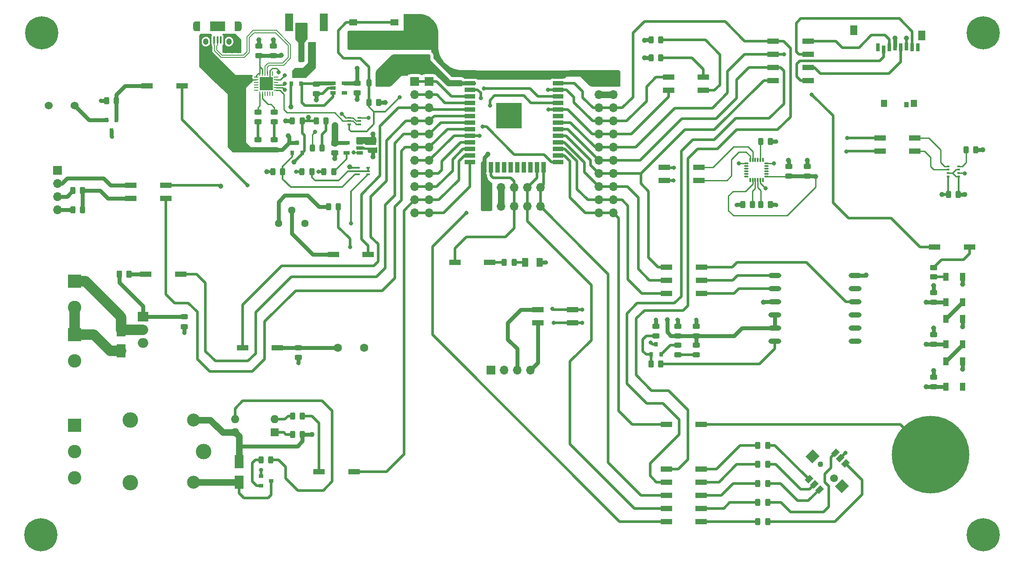
<source format=gbr>
%TF.GenerationSoftware,KiCad,Pcbnew,(6.0.0)*%
%TF.CreationDate,2022-02-10T18:09:30+01:00*%
%TF.ProjectId,ESP32IoTPlatform,45535033-3249-46f5-9450-6c6174666f72,rev?*%
%TF.SameCoordinates,Original*%
%TF.FileFunction,Copper,L1,Top*%
%TF.FilePolarity,Positive*%
%FSLAX46Y46*%
G04 Gerber Fmt 4.6, Leading zero omitted, Abs format (unit mm)*
G04 Created by KiCad (PCBNEW (6.0.0)) date 2022-02-10 18:09:30*
%MOMM*%
%LPD*%
G01*
G04 APERTURE LIST*
G04 Aperture macros list*
%AMRoundRect*
0 Rectangle with rounded corners*
0 $1 Rounding radius*
0 $2 $3 $4 $5 $6 $7 $8 $9 X,Y pos of 4 corners*
0 Add a 4 corners polygon primitive as box body*
4,1,4,$2,$3,$4,$5,$6,$7,$8,$9,$2,$3,0*
0 Add four circle primitives for the rounded corners*
1,1,$1+$1,$2,$3*
1,1,$1+$1,$4,$5*
1,1,$1+$1,$6,$7*
1,1,$1+$1,$8,$9*
0 Add four rect primitives between the rounded corners*
20,1,$1+$1,$2,$3,$4,$5,0*
20,1,$1+$1,$4,$5,$6,$7,0*
20,1,$1+$1,$6,$7,$8,$9,0*
20,1,$1+$1,$8,$9,$2,$3,0*%
%AMRotRect*
0 Rectangle, with rotation*
0 The origin of the aperture is its center*
0 $1 length*
0 $2 width*
0 $3 Rotation angle, in degrees counterclockwise*
0 Add horizontal line*
21,1,$1,$2,0,0,$3*%
G04 Aperture macros list end*
%TA.AperFunction,SMDPad,CuDef*%
%ADD10R,1.800000X2.500000*%
%TD*%
%TA.AperFunction,ComponentPad*%
%ADD11R,2.000000X1.905000*%
%TD*%
%TA.AperFunction,ComponentPad*%
%ADD12O,2.000000X1.905000*%
%TD*%
%TA.AperFunction,SMDPad,CuDef*%
%ADD13RoundRect,0.243750X-0.456250X0.243750X-0.456250X-0.243750X0.456250X-0.243750X0.456250X0.243750X0*%
%TD*%
%TA.AperFunction,SMDPad,CuDef*%
%ADD14RoundRect,0.250000X1.025000X-0.787500X1.025000X0.787500X-1.025000X0.787500X-1.025000X-0.787500X0*%
%TD*%
%TA.AperFunction,SMDPad,CuDef*%
%ADD15RoundRect,0.243750X0.456250X-0.243750X0.456250X0.243750X-0.456250X0.243750X-0.456250X-0.243750X0*%
%TD*%
%TA.AperFunction,SMDPad,CuDef*%
%ADD16RoundRect,0.243750X0.243750X0.456250X-0.243750X0.456250X-0.243750X-0.456250X0.243750X-0.456250X0*%
%TD*%
%TA.AperFunction,SMDPad,CuDef*%
%ADD17R,0.400000X1.350000*%
%TD*%
%TA.AperFunction,ComponentPad*%
%ADD18O,1.000000X1.900000*%
%TD*%
%TA.AperFunction,SMDPad,CuDef*%
%ADD19R,2.900000X1.900000*%
%TD*%
%TA.AperFunction,SMDPad,CuDef*%
%ADD20R,0.875000X1.900000*%
%TD*%
%TA.AperFunction,ComponentPad*%
%ADD21O,1.050000X1.250000*%
%TD*%
%TA.AperFunction,SMDPad,CuDef*%
%ADD22RoundRect,0.243750X-0.243750X-0.456250X0.243750X-0.456250X0.243750X0.456250X-0.243750X0.456250X0*%
%TD*%
%TA.AperFunction,SMDPad,CuDef*%
%ADD23RoundRect,0.062500X-0.062500X0.350000X-0.062500X-0.350000X0.062500X-0.350000X0.062500X0.350000X0*%
%TD*%
%TA.AperFunction,SMDPad,CuDef*%
%ADD24RoundRect,0.062500X-0.350000X0.062500X-0.350000X-0.062500X0.350000X-0.062500X0.350000X0.062500X0*%
%TD*%
%TA.AperFunction,SMDPad,CuDef*%
%ADD25R,2.600000X2.600000*%
%TD*%
%TA.AperFunction,SMDPad,CuDef*%
%ADD26R,1.220000X0.650000*%
%TD*%
%TA.AperFunction,SMDPad,CuDef*%
%ADD27R,0.900000X0.800000*%
%TD*%
%TA.AperFunction,SMDPad,CuDef*%
%ADD28R,2.160000X1.120000*%
%TD*%
%TA.AperFunction,SMDPad,CuDef*%
%ADD29R,1.060000X0.650000*%
%TD*%
%TA.AperFunction,SMDPad,CuDef*%
%ADD30R,0.800000X0.900000*%
%TD*%
%TA.AperFunction,SMDPad,CuDef*%
%ADD31R,0.600000X0.450000*%
%TD*%
%TA.AperFunction,SMDPad,CuDef*%
%ADD32R,1.000000X1.500000*%
%TD*%
%TA.AperFunction,ComponentPad*%
%ADD33R,2.600000X2.600000*%
%TD*%
%TA.AperFunction,ComponentPad*%
%ADD34C,2.600000*%
%TD*%
%TA.AperFunction,ComponentPad*%
%ADD35R,1.600000X1.600000*%
%TD*%
%TA.AperFunction,ComponentPad*%
%ADD36O,1.600000X1.600000*%
%TD*%
%TA.AperFunction,ComponentPad*%
%ADD37R,1.700000X1.700000*%
%TD*%
%TA.AperFunction,ComponentPad*%
%ADD38O,1.700000X1.700000*%
%TD*%
%TA.AperFunction,SMDPad,CuDef*%
%ADD39R,0.650000X0.400000*%
%TD*%
%TA.AperFunction,ComponentPad*%
%ADD40C,1.440000*%
%TD*%
%TA.AperFunction,SMDPad,CuDef*%
%ADD41R,0.800000X1.500000*%
%TD*%
%TA.AperFunction,SMDPad,CuDef*%
%ADD42R,1.300000X1.400000*%
%TD*%
%TA.AperFunction,SMDPad,CuDef*%
%ADD43R,1.400000X1.900000*%
%TD*%
%TA.AperFunction,SMDPad,CuDef*%
%ADD44R,0.950000X1.000000*%
%TD*%
%TA.AperFunction,ComponentPad*%
%ADD45C,0.800000*%
%TD*%
%TA.AperFunction,ComponentPad*%
%ADD46C,6.400000*%
%TD*%
%TA.AperFunction,SMDPad,CuDef*%
%ADD47R,1.500000X3.400000*%
%TD*%
%TA.AperFunction,SMDPad,CuDef*%
%ADD48R,1.000000X3.500000*%
%TD*%
%TA.AperFunction,ComponentPad*%
%ADD49C,3.000000*%
%TD*%
%TA.AperFunction,ComponentPad*%
%ADD50C,2.500000*%
%TD*%
%TA.AperFunction,SMDPad,CuDef*%
%ADD51C,15.000000*%
%TD*%
%TA.AperFunction,SMDPad,CuDef*%
%ADD52RoundRect,0.250000X0.375000X0.625000X-0.375000X0.625000X-0.375000X-0.625000X0.375000X-0.625000X0*%
%TD*%
%TA.AperFunction,SMDPad,CuDef*%
%ADD53O,2.500000X1.000000*%
%TD*%
%TA.AperFunction,ComponentPad*%
%ADD54C,1.600000*%
%TD*%
%TA.AperFunction,SMDPad,CuDef*%
%ADD55R,1.550000X1.300000*%
%TD*%
%TA.AperFunction,SMDPad,CuDef*%
%ADD56R,2.000000X0.900000*%
%TD*%
%TA.AperFunction,SMDPad,CuDef*%
%ADD57R,0.900000X2.000000*%
%TD*%
%TA.AperFunction,SMDPad,CuDef*%
%ADD58R,5.000000X5.000000*%
%TD*%
%TA.AperFunction,ComponentPad*%
%ADD59C,1.524000*%
%TD*%
%TA.AperFunction,SMDPad,CuDef*%
%ADD60R,0.500000X0.350000*%
%TD*%
%TA.AperFunction,WasherPad*%
%ADD61C,1.100000*%
%TD*%
%TA.AperFunction,WasherPad*%
%ADD62C,1.500000*%
%TD*%
%TA.AperFunction,SMDPad,CuDef*%
%ADD63RotRect,1.350000X1.000000X45.000000*%
%TD*%
%TA.AperFunction,SMDPad,CuDef*%
%ADD64RotRect,2.000000X1.800000X45.000000*%
%TD*%
%TA.AperFunction,SMDPad,CuDef*%
%ADD65RoundRect,0.075000X-0.350000X-0.075000X0.350000X-0.075000X0.350000X0.075000X-0.350000X0.075000X0*%
%TD*%
%TA.AperFunction,SMDPad,CuDef*%
%ADD66RoundRect,0.075000X0.075000X-0.350000X0.075000X0.350000X-0.075000X0.350000X-0.075000X-0.350000X0*%
%TD*%
%TA.AperFunction,SMDPad,CuDef*%
%ADD67RoundRect,0.250000X0.262500X0.450000X-0.262500X0.450000X-0.262500X-0.450000X0.262500X-0.450000X0*%
%TD*%
%TA.AperFunction,SMDPad,CuDef*%
%ADD68RoundRect,0.250000X0.450000X-0.262500X0.450000X0.262500X-0.450000X0.262500X-0.450000X-0.262500X0*%
%TD*%
%TA.AperFunction,ViaPad*%
%ADD69C,1.000000*%
%TD*%
%TA.AperFunction,ViaPad*%
%ADD70C,0.800000*%
%TD*%
%TA.AperFunction,Conductor*%
%ADD71C,0.254000*%
%TD*%
%TA.AperFunction,Conductor*%
%ADD72C,1.270000*%
%TD*%
%TA.AperFunction,Conductor*%
%ADD73C,0.762000*%
%TD*%
%TA.AperFunction,Conductor*%
%ADD74C,0.508000*%
%TD*%
%TA.AperFunction,Conductor*%
%ADD75C,0.304800*%
%TD*%
%TA.AperFunction,Conductor*%
%ADD76C,0.200000*%
%TD*%
%TA.AperFunction,Conductor*%
%ADD77C,2.032000*%
%TD*%
G04 APERTURE END LIST*
D10*
%TO.P,D12,1,K*%
%TO.N,VDD*%
X62400000Y-113800000D03*
%TO.P,D12,2,A*%
%TO.N,Net-(D12-Pad2)*%
X62400000Y-109800000D03*
%TD*%
D11*
%TO.P,Q3,1,G*%
%TO.N,Net-(Q3-Pad1)*%
X66655000Y-107260000D03*
D12*
%TO.P,Q3,2,D*%
%TO.N,Net-(D12-Pad2)*%
X66655000Y-109800000D03*
%TO.P,Q3,3,S*%
%TO.N,GND*%
X66655000Y-112340000D03*
%TD*%
D13*
%TO.P,R14,1*%
%TO.N,Net-(Q3-Pad1)*%
X74600000Y-107262500D03*
%TO.P,R14,2*%
%TO.N,GND*%
X74600000Y-109137500D03*
%TD*%
D14*
%TO.P,C3,1*%
%TO.N,+3V3*%
X120606999Y-58056499D03*
%TO.P,C3,2*%
%TO.N,GND*%
X120606999Y-51831499D03*
%TD*%
D15*
%TO.P,C4,1*%
%TO.N,+3V3*%
X89000000Y-56737500D03*
%TO.P,C4,2*%
%TO.N,GND*%
X89000000Y-54862500D03*
%TD*%
%TO.P,C5,1*%
%TO.N,+3V3*%
X91800000Y-56737500D03*
%TO.P,C5,2*%
%TO.N,GND*%
X91800000Y-54862500D03*
%TD*%
%TO.P,C6,1*%
%TO.N,GND*%
X103600000Y-75537500D03*
%TO.P,C6,2*%
%TO.N,+5V*%
X103600000Y-73662500D03*
%TD*%
%TO.P,C7,1*%
%TO.N,GND*%
X111000000Y-75068750D03*
%TO.P,C7,2*%
%TO.N,+BATT*%
X111000000Y-73193750D03*
%TD*%
D13*
%TO.P,D1,1,K*%
%TO.N,Net-(D1-Pad1)*%
X88800000Y-73062500D03*
%TO.P,D1,2,A*%
%TO.N,VBUS*%
X88800000Y-74937500D03*
%TD*%
%TO.P,D2,1,K*%
%TO.N,Net-(D2-Pad1)*%
X92000000Y-73062500D03*
%TO.P,D2,2,A*%
%TO.N,VBUS*%
X92000000Y-74937500D03*
%TD*%
D16*
%TO.P,D3,1,K*%
%TO.N,Net-(D3-Pad1)*%
X101937500Y-69400000D03*
%TO.P,D3,2,A*%
%TO.N,+5V*%
X100062500Y-69400000D03*
%TD*%
D17*
%TO.P,J1,1,VBUS*%
%TO.N,VBUS*%
X79700000Y-53735000D03*
%TO.P,J1,2,D-*%
%TO.N,D-*%
X80350000Y-53735000D03*
%TO.P,J1,3,D+*%
%TO.N,D+*%
X81000000Y-53735000D03*
%TO.P,J1,4,ID*%
%TO.N,unconnected-(J1-Pad4)*%
X81650000Y-53735000D03*
%TO.P,J1,5,GND*%
%TO.N,GND*%
X82300000Y-53735000D03*
D18*
%TO.P,J1,6,Shield*%
%TO.N,unconnected-(J1-Pad6)*%
X76825000Y-51060000D03*
D19*
X81000000Y-51060000D03*
D20*
X84737500Y-51060000D03*
X77262500Y-51060000D03*
D21*
X78775000Y-54060000D03*
X83225000Y-54060000D03*
D18*
X85175000Y-51060000D03*
%TD*%
D13*
%TO.P,R2,1*%
%TO.N,Net-(R2-Pad1)*%
X88800000Y-67662500D03*
%TO.P,R2,2*%
%TO.N,Net-(D1-Pad1)*%
X88800000Y-69537500D03*
%TD*%
%TO.P,R3,1*%
%TO.N,Net-(R3-Pad1)*%
X92000000Y-67662500D03*
%TO.P,R3,2*%
%TO.N,Net-(D2-Pad1)*%
X92000000Y-69537500D03*
%TD*%
D22*
%TO.P,R4,1*%
%TO.N,Net-(R4-Pad1)*%
X99325000Y-74600000D03*
%TO.P,R4,2*%
%TO.N,Net-(D3-Pad1)*%
X101200000Y-74600000D03*
%TD*%
D16*
%TO.P,R5,1*%
%TO.N,Net-(R5-Pad1)*%
X103437500Y-79200000D03*
%TO.P,R5,2*%
%TO.N,GND*%
X101562500Y-79200000D03*
%TD*%
D23*
%TO.P,U2,1,~{RI}*%
%TO.N,unconnected-(U2-Pad1)*%
X91650000Y-60262500D03*
%TO.P,U2,2,GND*%
%TO.N,GND*%
X91150000Y-60262500D03*
%TO.P,U2,3,D+*%
%TO.N,D+*%
X90650000Y-60262500D03*
%TO.P,U2,4,D-*%
%TO.N,D-*%
X90150000Y-60262500D03*
%TO.P,U2,5,VIO*%
%TO.N,+3V3*%
X89650000Y-60262500D03*
%TO.P,U2,6,VDD*%
X89150000Y-60262500D03*
D24*
%TO.P,U2,7,REGIN*%
X88462500Y-60950000D03*
%TO.P,U2,8,VBUS*%
%TO.N,VBUS*%
X88462500Y-61450000D03*
%TO.P,U2,9,~{RST}*%
%TO.N,unconnected-(U2-Pad9)*%
X88462500Y-61950000D03*
%TO.P,U2,10,NC*%
%TO.N,unconnected-(U2-Pad10)*%
X88462500Y-62450000D03*
%TO.P,U2,11,GPIO.3*%
%TO.N,unconnected-(U2-Pad11)*%
X88462500Y-62950000D03*
%TO.P,U2,12,RS485/GPIO.2*%
%TO.N,unconnected-(U2-Pad12)*%
X88462500Y-63450000D03*
D23*
%TO.P,U2,13,RXT/GPIO.1*%
%TO.N,Net-(R2-Pad1)*%
X89150000Y-64137500D03*
%TO.P,U2,14,TXT/GPIO.0*%
%TO.N,Net-(R3-Pad1)*%
X89650000Y-64137500D03*
%TO.P,U2,15,~{SUSPEND}*%
%TO.N,unconnected-(U2-Pad15)*%
X90150000Y-64137500D03*
%TO.P,U2,16,VPP*%
%TO.N,unconnected-(U2-Pad16)*%
X90650000Y-64137500D03*
%TO.P,U2,17,SUSPEND*%
%TO.N,unconnected-(U2-Pad17)*%
X91150000Y-64137500D03*
%TO.P,U2,18,~{CTS}*%
%TO.N,unconnected-(U2-Pad18)*%
X91650000Y-64137500D03*
D24*
%TO.P,U2,19,~{RTS}*%
%TO.N,RTS*%
X92337500Y-63450000D03*
%TO.P,U2,20,RXD*%
%TO.N,TXD0*%
X92337500Y-62950000D03*
%TO.P,U2,21,TXD*%
%TO.N,RXD0*%
X92337500Y-62450000D03*
%TO.P,U2,22,~{DSR}*%
%TO.N,unconnected-(U2-Pad22)*%
X92337500Y-61950000D03*
%TO.P,U2,23,~{DTR}*%
%TO.N,DTR*%
X92337500Y-61450000D03*
%TO.P,U2,24,~{DCD}*%
%TO.N,unconnected-(U2-Pad24)*%
X92337500Y-60950000D03*
D25*
%TO.P,U2,25,GND*%
%TO.N,GND*%
X90400000Y-62200000D03*
%TD*%
D26*
%TO.P,U3,1,~{CHRG}*%
%TO.N,Net-(R4-Pad1)*%
X108510000Y-75550000D03*
%TO.P,U3,2,GND*%
%TO.N,GND*%
X108510000Y-74600000D03*
%TO.P,U3,3,BAT*%
%TO.N,+BATT*%
X108510000Y-73650000D03*
%TO.P,U3,4,VCC*%
%TO.N,+5V*%
X105890000Y-73650000D03*
%TO.P,U3,5,PROG*%
%TO.N,Net-(R5-Pad1)*%
X105890000Y-75550000D03*
%TD*%
D27*
%TO.P,Q2,1,E*%
%TO.N,GND*%
X89380999Y-138050000D03*
%TO.P,Q2,2,B*%
%TO.N,Net-(Q2-Pad2)*%
X89380999Y-139950000D03*
%TO.P,Q2,3,C*%
%TO.N,Net-(D11-Pad2)*%
X91380999Y-139000000D03*
%TD*%
D22*
%TO.P,R6,1*%
%TO.N,+3V3*%
X164672499Y-57150999D03*
%TO.P,R6,2*%
%TO.N,Net-(R6-Pad2)*%
X166547499Y-57150999D03*
%TD*%
%TO.P,R7,1*%
%TO.N,+3V3*%
X164672499Y-53750999D03*
%TO.P,R7,2*%
%TO.N,Net-(R7-Pad2)*%
X166547499Y-53750999D03*
%TD*%
D28*
%TO.P,SW2,1*%
%TO.N,IO22*%
X168044999Y-60953999D03*
%TO.P,SW2,2*%
%TO.N,IO21*%
X168044999Y-63493999D03*
%TO.P,SW2,3*%
%TO.N,Net-(R7-Pad2)*%
X174774999Y-63493999D03*
%TO.P,SW2,4*%
%TO.N,Net-(R6-Pad2)*%
X174774999Y-60953999D03*
%TD*%
D13*
%TO.P,C13,1*%
%TO.N,Net-(C13-Pad1)*%
X100068750Y-62262500D03*
%TO.P,C13,2*%
%TO.N,GND*%
X100068750Y-64137500D03*
%TD*%
%TO.P,C14,1*%
%TO.N,+3V3*%
X108000000Y-62112500D03*
%TO.P,C14,2*%
%TO.N,GND*%
X108000000Y-63987500D03*
%TD*%
D29*
%TO.P,IC1,1,VIN*%
%TO.N,Net-(C13-Pad1)*%
X103300000Y-62100000D03*
%TO.P,IC1,2,VSS*%
%TO.N,GND*%
X103300000Y-63050000D03*
%TO.P,IC1,3,CE*%
%TO.N,Net-(C13-Pad1)*%
X103300000Y-64000000D03*
%TO.P,IC1,4,NC*%
%TO.N,unconnected-(IC1-Pad4)*%
X105500000Y-64000000D03*
%TO.P,IC1,5,VOUT*%
%TO.N,+3V3*%
X105500000Y-62100000D03*
%TD*%
D30*
%TO.P,Q1,1,G*%
%TO.N,+5V*%
X95250000Y-62200000D03*
%TO.P,Q1,2,S*%
%TO.N,Net-(C13-Pad1)*%
X97150000Y-62200000D03*
%TO.P,Q1,3,D*%
%TO.N,+BATT*%
X96200000Y-60200000D03*
%TD*%
D22*
%TO.P,R10,1*%
%TO.N,GND*%
X95462500Y-69400000D03*
%TO.P,R10,2*%
%TO.N,+5V*%
X97337500Y-69400000D03*
%TD*%
D31*
%TO.P,D4,1,K*%
%TO.N,Net-(C13-Pad1)*%
X97250000Y-65800000D03*
%TO.P,D4,2,A*%
%TO.N,+5V*%
X95150000Y-65800000D03*
%TD*%
D15*
%TO.P,C15,1*%
%TO.N,+3V3*%
X219222999Y-104412499D03*
%TO.P,C15,2*%
%TO.N,GND*%
X219222999Y-102537499D03*
%TD*%
%TO.P,C16,1*%
%TO.N,+3V3*%
X219222999Y-112540499D03*
%TO.P,C16,2*%
%TO.N,GND*%
X219222999Y-110665499D03*
%TD*%
%TO.P,C17,1*%
%TO.N,+3V3*%
X219222999Y-120795499D03*
%TO.P,C17,2*%
%TO.N,GND*%
X219222999Y-118920499D03*
%TD*%
D32*
%TO.P,D5,1,VDD*%
%TO.N,+3V3*%
X221559999Y-104400999D03*
%TO.P,D5,2,DOUT*%
%TO.N,Net-(D5-Pad2)*%
X224759999Y-104400999D03*
%TO.P,D5,3,VSS*%
%TO.N,GND*%
X224759999Y-99500999D03*
%TO.P,D5,4,DIN*%
%TO.N,Net-(D5-Pad4)*%
X221559999Y-99500999D03*
%TD*%
%TO.P,D6,1,VDD*%
%TO.N,+3V3*%
X221559999Y-112528999D03*
%TO.P,D6,2,DOUT*%
%TO.N,Net-(D6-Pad2)*%
X224759999Y-112528999D03*
%TO.P,D6,3,VSS*%
%TO.N,GND*%
X224759999Y-107628999D03*
%TO.P,D6,4,DIN*%
%TO.N,Net-(D5-Pad2)*%
X221559999Y-107628999D03*
%TD*%
%TO.P,D7,1,VDD*%
%TO.N,+3V3*%
X221559999Y-120783999D03*
%TO.P,D7,2,DOUT*%
%TO.N,unconnected-(D7-Pad2)*%
X224759999Y-120783999D03*
%TO.P,D7,3,VSS*%
%TO.N,GND*%
X224759999Y-115883999D03*
%TO.P,D7,4,DIN*%
%TO.N,Net-(D6-Pad2)*%
X221559999Y-115883999D03*
%TD*%
D16*
%TO.P,D10,1,K*%
%TO.N,Net-(D10-Pad1)*%
X97414499Y-126444999D03*
%TO.P,D10,2,A*%
%TO.N,Net-(D10-Pad2)*%
X95539499Y-126444999D03*
%TD*%
D33*
%TO.P,J2,1,Pin_1*%
%TO.N,Net-(J2-Pad1)*%
X53423999Y-128222999D03*
D34*
%TO.P,J2,2,Pin_2*%
%TO.N,Net-(J2-Pad2)*%
X53423999Y-133302999D03*
%TO.P,J2,3,Pin_3*%
%TO.N,Net-(J2-Pad3)*%
X53423999Y-138382999D03*
%TD*%
D16*
%TO.P,R12,1*%
%TO.N,+5V*%
X97414499Y-130000999D03*
%TO.P,R12,2*%
%TO.N,Net-(R12-Pad2)*%
X95539499Y-130000999D03*
%TD*%
D22*
%TO.P,R13,1*%
%TO.N,Net-(Q2-Pad2)*%
X89443499Y-134900000D03*
%TO.P,R13,2*%
%TO.N,Net-(R13-Pad2)*%
X91318499Y-134900000D03*
%TD*%
D28*
%TO.P,SW7,1*%
%TO.N,IO14*%
X107358000Y-137200000D03*
%TO.P,SW7,2*%
%TO.N,Net-(D10-Pad1)*%
X100628000Y-137200000D03*
%TD*%
D35*
%TO.P,U6,1*%
%TO.N,Net-(R12-Pad2)*%
X92031999Y-129619999D03*
D36*
%TO.P,U6,2*%
%TO.N,Net-(D10-Pad2)*%
X92031999Y-127079999D03*
%TO.P,U6,3*%
%TO.N,Net-(R13-Pad2)*%
X84411999Y-127079999D03*
%TO.P,U6,4*%
%TO.N,+5V*%
X84411999Y-129619999D03*
%TD*%
D22*
%TO.P,R15,1*%
%TO.N,Net-(J5-Pad3)*%
X53112500Y-82880000D03*
%TO.P,R15,2*%
%TO.N,Net-(R15-Pad2)*%
X54987500Y-82880000D03*
%TD*%
D16*
%TO.P,R16,1*%
%TO.N,Net-(R15-Pad2)*%
X54987500Y-86563000D03*
%TO.P,R16,2*%
%TO.N,GND*%
X53112500Y-86563000D03*
%TD*%
D37*
%TO.P,J5,1,Pin_1*%
%TO.N,+5V*%
X50113000Y-78943000D03*
D38*
%TO.P,J5,2,Pin_2*%
%TO.N,Net-(J5-Pad2)*%
X50113000Y-81483000D03*
%TO.P,J5,3,Pin_3*%
%TO.N,Net-(J5-Pad3)*%
X50113000Y-84023000D03*
%TO.P,J5,4,Pin_4*%
%TO.N,GND*%
X50113000Y-86563000D03*
%TD*%
D39*
%TO.P,Q6,1,E1*%
%TO.N,DTR*%
X106450000Y-68750000D03*
%TO.P,Q6,2,B1*%
%TO.N,RTS*%
X106450000Y-69400000D03*
%TO.P,Q6,3,C1*%
%TO.N,EN*%
X106450000Y-70050000D03*
%TO.P,Q6,4,E1*%
%TO.N,RTS*%
X108350000Y-70050000D03*
%TO.P,Q6,5,B1*%
%TO.N,DTR*%
X108350000Y-69400000D03*
%TO.P,Q6,6,C1*%
%TO.N,IO0*%
X108350000Y-68750000D03*
%TD*%
%TO.P,Q7,1,E1*%
%TO.N,VBUS*%
X108150000Y-78450000D03*
%TO.P,Q7,2,B1*%
%TO.N,Net-(Q7-Pad2)*%
X108150000Y-79100000D03*
%TO.P,Q7,3,C2*%
%TO.N,Net-(Q7-Pad3)*%
X108150000Y-79750000D03*
%TO.P,Q7,4,E2*%
%TO.N,+5V*%
X110050000Y-79750000D03*
%TO.P,Q7,5,B2*%
%TO.N,Net-(Q7-Pad2)*%
X110050000Y-79100000D03*
%TO.P,Q7,6,C1*%
X110050000Y-78450000D03*
%TD*%
D30*
%TO.P,Q8,1,G*%
%TO.N,Net-(Q7-Pad3)*%
X95450000Y-75600000D03*
%TO.P,Q8,2,S*%
%TO.N,+5V*%
X97350000Y-75600000D03*
%TO.P,Q8,3,D*%
%TO.N,VBUS*%
X96400000Y-73600000D03*
%TD*%
D22*
%TO.P,R28,1*%
%TO.N,GND*%
X91725000Y-79200000D03*
%TO.P,R28,2*%
%TO.N,Net-(Q7-Pad3)*%
X93600000Y-79200000D03*
%TD*%
%TO.P,R29,1*%
%TO.N,GND*%
X97325000Y-79200000D03*
%TO.P,R29,2*%
%TO.N,Net-(Q7-Pad2)*%
X99200000Y-79200000D03*
%TD*%
D16*
%TO.P,R21,1*%
%TO.N,+3V3*%
X104337500Y-86000000D03*
%TO.P,R21,2*%
%TO.N,Net-(R21-Pad2)*%
X102462500Y-86000000D03*
%TD*%
D28*
%TO.P,SW15,1*%
%TO.N,IO34*%
X110085000Y-95200000D03*
%TO.P,SW15,2*%
%TO.N,Net-(RV1-Pad2)*%
X103355000Y-95200000D03*
%TD*%
D40*
%TO.P,RV1,1,1*%
%TO.N,GND*%
X97873999Y-89233999D03*
%TO.P,RV1,2,2*%
%TO.N,Net-(RV1-Pad2)*%
X95333999Y-86693999D03*
%TO.P,RV1,3,3*%
%TO.N,Net-(R21-Pad2)*%
X92793999Y-89233999D03*
%TD*%
D41*
%TO.P,SD1,1,NC*%
%TO.N,unconnected-(SD1-Pad1)*%
X208469999Y-55147999D03*
%TO.P,SD1,2,CS*%
%TO.N,CS*%
X209569999Y-55547999D03*
%TO.P,SD1,3,MOSI*%
%TO.N,MOSI*%
X210669999Y-55147999D03*
%TO.P,SD1,4,3V3*%
%TO.N,+3V3*%
X211769999Y-54947999D03*
%TO.P,SD1,5,SCK*%
%TO.N,SCK*%
X212869999Y-55147999D03*
%TO.P,SD1,6,GND*%
%TO.N,GND*%
X213969999Y-54947999D03*
%TO.P,SD1,7,MISO*%
%TO.N,MISO*%
X215069999Y-55147999D03*
%TO.P,SD1,8,NC*%
%TO.N,unconnected-(SD1-Pad8)*%
X216169999Y-55147999D03*
D42*
%TO.P,SD1,S1*%
%TO.N,N/C*%
X215359999Y-66007999D03*
%TO.P,SD1,S2*%
X209659999Y-66007999D03*
D43*
%TO.P,SD1,S3*%
X216959999Y-52857999D03*
%TO.P,SD1,S4*%
X203809999Y-51857999D03*
D44*
%TO.P,SD1,SW*%
X213969999Y-66207999D03*
%TD*%
D28*
%TO.P,SW19,1*%
%TO.N,IO23*%
X188244999Y-53940999D03*
%TO.P,SW19,2*%
%TO.N,IO19*%
X188244999Y-56480999D03*
%TO.P,SW19,3*%
%TO.N,IO18*%
X188244999Y-59020999D03*
%TO.P,SW19,4*%
%TO.N,IO5*%
X188244999Y-61560999D03*
%TO.P,SW19,5*%
%TO.N,CS*%
X194974999Y-61560999D03*
%TO.P,SW19,6*%
%TO.N,SCK*%
X194974999Y-59020999D03*
%TO.P,SW19,7*%
%TO.N,MISO*%
X194974999Y-56480999D03*
%TO.P,SW19,8*%
%TO.N,MOSI*%
X194974999Y-53940999D03*
%TD*%
D45*
%TO.P,H1,1*%
%TO.N,N/C*%
X45376943Y-54101055D03*
X48771055Y-50706943D03*
X49473999Y-52403999D03*
X47073999Y-50003999D03*
D46*
X47073999Y-52403999D03*
D45*
X47073999Y-54803999D03*
X48771055Y-54101055D03*
X45376943Y-50706943D03*
X44673999Y-52403999D03*
%TD*%
%TO.P,H2,1*%
%TO.N,N/C*%
X228760999Y-54803999D03*
D46*
X228760999Y-52403999D03*
D45*
X230458055Y-54101055D03*
X228760999Y-50003999D03*
X227063943Y-54101055D03*
X226360999Y-52403999D03*
X230458055Y-50706943D03*
X231160999Y-52403999D03*
X227063943Y-50706943D03*
%TD*%
%TO.P,H3,1*%
%TO.N,N/C*%
X48644055Y-151129055D03*
X45249943Y-147734943D03*
D46*
X46946999Y-149431999D03*
D45*
X46946999Y-151831999D03*
X46946999Y-147031999D03*
X48644055Y-147734943D03*
X49346999Y-149431999D03*
X44546999Y-149431999D03*
X45249943Y-151129055D03*
%TD*%
%TO.P,H4,1*%
%TO.N,N/C*%
X231160999Y-149431999D03*
X230458055Y-151129055D03*
X227063943Y-151129055D03*
X227063943Y-147734943D03*
X230458055Y-147734943D03*
X226360999Y-149431999D03*
X228760999Y-147031999D03*
D46*
X228760999Y-149431999D03*
D45*
X228760999Y-151831999D03*
%TD*%
D37*
%TO.P,J7,1,Pin_1*%
%TO.N,GND*%
X133179999Y-82248999D03*
D38*
%TO.P,J7,2,Pin_2*%
%TO.N,+5V*%
X135719999Y-82248999D03*
%TO.P,J7,3,Pin_3*%
%TO.N,IO13*%
X138259999Y-82248999D03*
%TO.P,J7,4,Pin_4*%
%TO.N,IO15*%
X140799999Y-82248999D03*
%TO.P,J7,5,Pin_5*%
%TO.N,IO2*%
X143339999Y-82248999D03*
%TD*%
D37*
%TO.P,J8,1,Pin_1*%
%TO.N,GND*%
X133179999Y-85931999D03*
D38*
%TO.P,J8,2,Pin_2*%
%TO.N,+5V*%
X135719999Y-85931999D03*
%TO.P,J8,3,Pin_3*%
%TO.N,IO13*%
X138259999Y-85931999D03*
%TO.P,J8,4,Pin_4*%
%TO.N,IO15*%
X140799999Y-85931999D03*
%TO.P,J8,5,Pin_5*%
%TO.N,IO2*%
X143339999Y-85931999D03*
%TD*%
D47*
%TO.P,JST1,*%
%TO.N,*%
X101550000Y-50356750D03*
X94850000Y-50356750D03*
D48*
%TO.P,JST1,1,Pin_1*%
%TO.N,+BATT*%
X99200000Y-56106750D03*
%TO.P,JST1,2,Pin_2*%
%TO.N,GND*%
X97200000Y-56106750D03*
%TD*%
D49*
%TO.P,K1,1*%
%TO.N,Net-(J2-Pad2)*%
X78366799Y-133277599D03*
D50*
%TO.P,K1,2*%
%TO.N,Net-(D11-Pad2)*%
X76416799Y-139227599D03*
D49*
%TO.P,K1,3*%
%TO.N,Net-(J2-Pad3)*%
X64166799Y-139277599D03*
%TO.P,K1,4*%
%TO.N,Net-(J2-Pad1)*%
X64216799Y-127227599D03*
D50*
%TO.P,K1,5*%
%TO.N,+5V*%
X76416799Y-127227599D03*
%TD*%
D37*
%TO.P,J6,1,Pin_1*%
%TO.N,GND*%
X133743999Y-117551999D03*
D38*
%TO.P,J6,2,Pin_2*%
%TO.N,+3V3*%
X136283999Y-117551999D03*
%TO.P,J6,3,Pin_3*%
%TO.N,Net-(J6-Pad3)*%
X138823999Y-117551999D03*
%TO.P,J6,4,Pin_4*%
%TO.N,Net-(J6-Pad4)*%
X141363999Y-117551999D03*
%TD*%
D28*
%TO.P,SW10,1*%
%TO.N,IO21*%
X149554999Y-108407999D03*
%TO.P,SW10,2*%
%TO.N,IO22*%
X149554999Y-105867999D03*
%TO.P,SW10,3*%
%TO.N,Net-(J6-Pad3)*%
X142824999Y-105867999D03*
%TO.P,SW10,4*%
%TO.N,Net-(J6-Pad4)*%
X142824999Y-108407999D03*
%TD*%
D16*
%TO.P,C2,1*%
%TO.N,GND*%
X112137500Y-65800000D03*
%TO.P,C2,2*%
%TO.N,EN*%
X110262500Y-65800000D03*
%TD*%
D15*
%TO.P,C1,1*%
%TO.N,+3V3*%
X126702999Y-62104499D03*
%TO.P,C1,2*%
%TO.N,GND*%
X126702999Y-60229499D03*
%TD*%
D51*
%TO.P,TP1,1*%
%TO.N,Net-(SW16-Pad2)*%
X218615999Y-133864999D03*
%TD*%
D10*
%TO.P,D11,1,K*%
%TO.N,+5V*%
X85173999Y-135239999D03*
%TO.P,D11,2,A*%
%TO.N,Net-(D11-Pad2)*%
X85173999Y-139239999D03*
%TD*%
D33*
%TO.P,J4,1,Pin_1*%
%TO.N,VDD*%
X53423999Y-110696999D03*
D34*
%TO.P,J4,2,Pin_2*%
%TO.N,GND*%
X53423999Y-115776999D03*
%TD*%
D28*
%TO.P,SW8,1*%
%TO.N,IO32*%
X73888999Y-99000000D03*
%TO.P,SW8,2*%
%TO.N,Net-(R32-Pad1)*%
X67158999Y-99000000D03*
%TD*%
D33*
%TO.P,J3,1,Pin_1*%
%TO.N,Net-(D12-Pad2)*%
X53423999Y-100409999D03*
D34*
%TO.P,J3,2,Pin_2*%
%TO.N,VDD*%
X53423999Y-105489999D03*
%TD*%
D28*
%TO.P,SW6,1*%
%TO.N,IO13*%
X126822999Y-96723999D03*
%TO.P,SW6,2*%
%TO.N,Net-(R11-Pad1)*%
X133552999Y-96723999D03*
%TD*%
D22*
%TO.P,R11,1*%
%TO.N,Net-(R11-Pad1)*%
X136362499Y-96723999D03*
%TO.P,R11,2*%
%TO.N,Net-(D9-Pad2)*%
X138237499Y-96723999D03*
%TD*%
D52*
%TO.P,D9,1,K*%
%TO.N,GND*%
X143144999Y-96723999D03*
%TO.P,D9,2,A*%
%TO.N,Net-(D9-Pad2)*%
X140344999Y-96723999D03*
%TD*%
D28*
%TO.P,SW11,1*%
%TO.N,IO5*%
X167691999Y-97623999D03*
%TO.P,SW11,2*%
%TO.N,IO17*%
X167691999Y-100163999D03*
%TO.P,SW11,3*%
%TO.N,IO16*%
X167691999Y-102703999D03*
%TO.P,SW11,4*%
%TO.N,Net-(SW11-Pad4)*%
X174421999Y-102703999D03*
%TO.P,SW11,5*%
%TO.N,Net-(SW11-Pad5)*%
X174421999Y-100163999D03*
%TO.P,SW11,6*%
%TO.N,Net-(SW11-Pad6)*%
X174421999Y-97623999D03*
%TD*%
D15*
%TO.P,C20,1*%
%TO.N,+3V3*%
X169847999Y-110926499D03*
%TO.P,C20,2*%
%TO.N,GND*%
X169847999Y-109051499D03*
%TD*%
%TO.P,C19,1*%
%TO.N,+3V3*%
X173403999Y-110926499D03*
%TO.P,C19,2*%
%TO.N,GND*%
X173403999Y-109051499D03*
%TD*%
%TO.P,D13,1,K*%
%TO.N,Net-(D13-Pad1)*%
X173403999Y-114609499D03*
%TO.P,D13,2,A*%
%TO.N,+3V3*%
X173403999Y-112734499D03*
%TD*%
D30*
%TO.P,Q4,1,G*%
%TO.N,Net-(Q4-Pad1)*%
X164706999Y-114544999D03*
%TO.P,Q4,2,D*%
%TO.N,Net-(Q4-Pad2)*%
X166606999Y-114544999D03*
%TO.P,Q4,3,S*%
%TO.N,GND*%
X165656999Y-112544999D03*
%TD*%
D15*
%TO.P,R17,1*%
%TO.N,Net-(Q4-Pad1)*%
X165600000Y-110926499D03*
%TO.P,R17,2*%
%TO.N,GND*%
X165600000Y-109051499D03*
%TD*%
D13*
%TO.P,R18,1*%
%TO.N,Net-(Q4-Pad2)*%
X169847999Y-112734499D03*
%TO.P,R18,2*%
%TO.N,Net-(D13-Pad1)*%
X169847999Y-114609499D03*
%TD*%
D53*
%TO.P,U7,1,RXD*%
%TO.N,Net-(SW11-Pad5)*%
X188571599Y-99259599D03*
%TO.P,U7,2,TXD*%
%TO.N,Net-(SW11-Pad4)*%
X188571599Y-101779599D03*
%TO.P,U7,3,GND*%
%TO.N,GND*%
X188571599Y-104319599D03*
%TO.P,U7,4,VCC*%
%TO.N,+3V3*%
X188571599Y-106859599D03*
%TO.P,U7,5,V_BCKP*%
X188571599Y-109399599D03*
%TO.P,U7,6,1PPS*%
%TO.N,Net-(R31-Pad1)*%
X188571599Y-111939599D03*
%TO.P,U7,7,TIMER*%
%TO.N,unconnected-(U7-Pad7)*%
X204081599Y-111939599D03*
%TO.P,U7,8,AADET_N*%
%TO.N,unconnected-(U7-Pad8)*%
X204081599Y-109399599D03*
%TO.P,U7,9*%
%TO.N,N/C*%
X204081599Y-106859599D03*
%TO.P,U7,10,~{RESET}*%
%TO.N,Net-(SW11-Pad6)*%
X204081599Y-104319599D03*
%TO.P,U7,11,EX_ANT*%
%TO.N,unconnected-(U7-Pad11)*%
X204081599Y-101779599D03*
%TO.P,U7,12,GND*%
%TO.N,GND*%
X204081599Y-99239599D03*
%TD*%
D28*
%TO.P,SW9,1*%
%TO.N,IO33*%
X71004000Y-84404000D03*
%TO.P,SW9,2*%
%TO.N,IO27*%
X71004000Y-81864000D03*
%TO.P,SW9,3*%
%TO.N,Net-(J5-Pad2)*%
X64274000Y-81864000D03*
%TO.P,SW9,4*%
%TO.N,Net-(R15-Pad2)*%
X64274000Y-84404000D03*
%TD*%
D13*
%TO.P,R20,1*%
%TO.N,Net-(R19-Pad2)*%
X96600000Y-113262500D03*
%TO.P,R20,2*%
%TO.N,GND*%
X96600000Y-115137500D03*
%TD*%
D28*
%TO.P,SW14,1*%
%TO.N,IO35*%
X85835000Y-113200000D03*
%TO.P,SW14,2*%
%TO.N,Net-(R19-Pad2)*%
X92565000Y-113200000D03*
%TD*%
D54*
%TO.P,R19,1*%
%TO.N,+3V3*%
X109303999Y-113236999D03*
%TO.P,R19,2*%
%TO.N,Net-(R19-Pad2)*%
X104223999Y-113236999D03*
%TD*%
D55*
%TO.P,SW1,1,1*%
%TO.N,GND*%
X107220000Y-54850000D03*
X115180000Y-54850000D03*
%TO.P,SW1,2,2*%
%TO.N,EN*%
X115180000Y-50350000D03*
X107220000Y-50350000D03*
%TD*%
D28*
%TO.P,SW5,1*%
%TO.N,IO19*%
X219418999Y-93750999D03*
%TO.P,SW5,2*%
%TO.N,Net-(R30-Pad2)*%
X226148999Y-93750999D03*
%TD*%
D56*
%TO.P,U1,1,GND*%
%TO.N,GND*%
X129734999Y-60847999D03*
%TO.P,U1,2,VDD*%
%TO.N,+3V3*%
X129734999Y-62117999D03*
%TO.P,U1,3,EN*%
%TO.N,EN*%
X129734999Y-63387999D03*
%TO.P,U1,4,SENSOR_VP*%
%TO.N,VP*%
X129734999Y-64657999D03*
%TO.P,U1,5,SENSOR_VN*%
%TO.N,VN*%
X129734999Y-65927999D03*
%TO.P,U1,6,IO34*%
%TO.N,IO34*%
X129734999Y-67197999D03*
%TO.P,U1,7,IO35*%
%TO.N,IO35*%
X129734999Y-68467999D03*
%TO.P,U1,8,IO32*%
%TO.N,IO32*%
X129734999Y-69737999D03*
%TO.P,U1,9,IO33*%
%TO.N,IO33*%
X129734999Y-71007999D03*
%TO.P,U1,10,IO25*%
%TO.N,IO25*%
X129734999Y-72277999D03*
%TO.P,U1,11,IO26*%
%TO.N,IO26*%
X129734999Y-73547999D03*
%TO.P,U1,12,IO27*%
%TO.N,IO27*%
X129734999Y-74817999D03*
%TO.P,U1,13,IO14*%
%TO.N,IO14*%
X129734999Y-76087999D03*
%TO.P,U1,14,IO12*%
%TO.N,IO12*%
X129734999Y-77357999D03*
D57*
%TO.P,U1,15,GND*%
%TO.N,GND*%
X132519999Y-78357999D03*
%TO.P,U1,16,IO13*%
%TO.N,IO13*%
X133789999Y-78357999D03*
%TO.P,U1,17,SHD/SD2*%
%TO.N,unconnected-(U1-Pad17)*%
X135059999Y-78357999D03*
%TO.P,U1,18,SWP/SD3*%
%TO.N,unconnected-(U1-Pad18)*%
X136329999Y-78357999D03*
%TO.P,U1,19,SCS/CMD*%
%TO.N,unconnected-(U1-Pad19)*%
X137599999Y-78357999D03*
%TO.P,U1,20,SCK/CLK*%
%TO.N,unconnected-(U1-Pad20)*%
X138869999Y-78357999D03*
%TO.P,U1,21,SDO/SD0*%
%TO.N,unconnected-(U1-Pad21)*%
X140139999Y-78357999D03*
%TO.P,U1,22,SDI/SD1*%
%TO.N,unconnected-(U1-Pad22)*%
X141409999Y-78357999D03*
%TO.P,U1,23,IO15*%
%TO.N,IO15*%
X142679999Y-78357999D03*
%TO.P,U1,24,IO2*%
%TO.N,IO2*%
X143949999Y-78357999D03*
D56*
%TO.P,U1,25,IO0*%
%TO.N,IO0*%
X146734999Y-77357999D03*
%TO.P,U1,26,IO4*%
%TO.N,IO4*%
X146734999Y-76087999D03*
%TO.P,U1,27,IO16*%
%TO.N,IO16*%
X146734999Y-74817999D03*
%TO.P,U1,28,IO17*%
%TO.N,IO17*%
X146734999Y-73547999D03*
%TO.P,U1,29,IO5*%
%TO.N,IO5*%
X146734999Y-72277999D03*
%TO.P,U1,30,IO18*%
%TO.N,IO18*%
X146734999Y-71007999D03*
%TO.P,U1,31,IO19*%
%TO.N,IO19*%
X146734999Y-69737999D03*
%TO.P,U1,32,NC*%
%TO.N,unconnected-(U1-Pad32)*%
X146734999Y-68467999D03*
%TO.P,U1,33,IO21*%
%TO.N,IO21*%
X146734999Y-67197999D03*
%TO.P,U1,34,RXD0/IO3*%
%TO.N,RXD0*%
X146734999Y-65927999D03*
%TO.P,U1,35,TXD0/IO1*%
%TO.N,TXD0*%
X146734999Y-64657999D03*
%TO.P,U1,36,IO22*%
%TO.N,IO22*%
X146734999Y-63387999D03*
%TO.P,U1,37,IO23*%
%TO.N,IO23*%
X146734999Y-62117999D03*
%TO.P,U1,38,GND*%
%TO.N,GND*%
X146734999Y-60847999D03*
D58*
%TO.P,U1,39,GND*%
X137234999Y-68347999D03*
%TD*%
D16*
%TO.P,R27,1*%
%TO.N,Net-(Q5-Pad1)*%
X61504500Y-65523000D03*
%TO.P,R27,2*%
%TO.N,GND*%
X59629500Y-65523000D03*
%TD*%
D28*
%TO.P,SW18,1*%
%TO.N,IO26*%
X74165000Y-62600000D03*
%TO.P,SW18,2*%
%TO.N,Net-(Q5-Pad1)*%
X67435000Y-62600000D03*
%TD*%
D30*
%TO.P,Q5,1,G*%
%TO.N,Net-(Q5-Pad1)*%
X61517000Y-69222000D03*
%TO.P,Q5,2,D*%
%TO.N,Net-(BZ1-Pad2)*%
X59617000Y-69222000D03*
%TO.P,Q5,3,S*%
%TO.N,GND*%
X60567000Y-71222000D03*
%TD*%
D59*
%TO.P,BZ1,1,-*%
%TO.N,+3V3*%
X48423000Y-66452000D03*
%TO.P,BZ1,2,+*%
%TO.N,Net-(BZ1-Pad2)*%
X53423000Y-66452000D03*
%TD*%
D22*
%TO.P,R1,1*%
%TO.N,EN*%
X110262500Y-62000000D03*
%TO.P,R1,2*%
%TO.N,+3V3*%
X112137500Y-62000000D03*
%TD*%
D37*
%TO.P,J9,1,Pin_1*%
%TO.N,VP*%
X121876999Y-61801999D03*
D38*
%TO.P,J9,2,Pin_2*%
%TO.N,VN*%
X121876999Y-64341999D03*
%TO.P,J9,3,Pin_3*%
%TO.N,IO34*%
X121876999Y-66881999D03*
%TO.P,J9,4,Pin_4*%
%TO.N,IO35*%
X121876999Y-69421999D03*
%TO.P,J9,5,Pin_5*%
%TO.N,IO32*%
X121876999Y-71961999D03*
%TO.P,J9,6,Pin_6*%
%TO.N,IO33*%
X121876999Y-74501999D03*
%TO.P,J9,7,Pin_7*%
%TO.N,IO25*%
X121876999Y-77041999D03*
%TO.P,J9,8,Pin_8*%
%TO.N,IO26*%
X121876999Y-79581999D03*
%TO.P,J9,9,Pin_9*%
%TO.N,IO27*%
X121876999Y-82121999D03*
%TO.P,J9,10,Pin_10*%
%TO.N,IO14*%
X121876999Y-84661999D03*
%TO.P,J9,11,Pin_11*%
%TO.N,IO12*%
X121876999Y-87201999D03*
%TD*%
D37*
%TO.P,J11,1,Pin_1*%
%TO.N,VP*%
X119082999Y-61801999D03*
D38*
%TO.P,J11,2,Pin_2*%
%TO.N,VN*%
X119082999Y-64341999D03*
%TO.P,J11,3,Pin_3*%
%TO.N,IO34*%
X119082999Y-66881999D03*
%TO.P,J11,4,Pin_4*%
%TO.N,IO35*%
X119082999Y-69421999D03*
%TO.P,J11,5,Pin_5*%
%TO.N,IO32*%
X119082999Y-71961999D03*
%TO.P,J11,6,Pin_6*%
%TO.N,IO33*%
X119082999Y-74501999D03*
%TO.P,J11,7,Pin_7*%
%TO.N,IO25*%
X119082999Y-77041999D03*
%TO.P,J11,8,Pin_8*%
%TO.N,IO26*%
X119082999Y-79581999D03*
%TO.P,J11,9,Pin_9*%
%TO.N,IO27*%
X119082999Y-82121999D03*
%TO.P,J11,10,Pin_10*%
%TO.N,IO14*%
X119082999Y-84661999D03*
%TO.P,J11,11,Pin_11*%
%TO.N,IO12*%
X119082999Y-87201999D03*
%TD*%
D37*
%TO.P,J10,1,Pin_1*%
%TO.N,GND*%
X154642999Y-61801999D03*
D38*
%TO.P,J10,2,Pin_2*%
%TO.N,+3V3*%
X154642999Y-64341999D03*
%TO.P,J10,3,Pin_3*%
%TO.N,IO23*%
X154642999Y-66881999D03*
%TO.P,J10,4,Pin_4*%
%TO.N,IO22*%
X154642999Y-69421999D03*
%TO.P,J10,5,Pin_5*%
%TO.N,IO21*%
X154642999Y-71961999D03*
%TO.P,J10,6,Pin_6*%
%TO.N,IO19*%
X154642999Y-74501999D03*
%TO.P,J10,7,Pin_7*%
%TO.N,IO18*%
X154642999Y-77041999D03*
%TO.P,J10,8,Pin_8*%
%TO.N,IO5*%
X154642999Y-79581999D03*
%TO.P,J10,9,Pin_9*%
%TO.N,IO17*%
X154642999Y-82121999D03*
%TO.P,J10,10,Pin_10*%
%TO.N,IO16*%
X154642999Y-84661999D03*
%TO.P,J10,11,Pin_11*%
%TO.N,IO4*%
X154642999Y-87201999D03*
%TD*%
D37*
%TO.P,J12,1,Pin_1*%
%TO.N,GND*%
X157436999Y-61801999D03*
D38*
%TO.P,J12,2,Pin_2*%
%TO.N,+3V3*%
X157436999Y-64341999D03*
%TO.P,J12,3,Pin_3*%
%TO.N,IO23*%
X157436999Y-66881999D03*
%TO.P,J12,4,Pin_4*%
%TO.N,IO22*%
X157436999Y-69421999D03*
%TO.P,J12,5,Pin_5*%
%TO.N,IO21*%
X157436999Y-71961999D03*
%TO.P,J12,6,Pin_6*%
%TO.N,IO19*%
X157436999Y-74501999D03*
%TO.P,J12,7,Pin_7*%
%TO.N,IO18*%
X157436999Y-77041999D03*
%TO.P,J12,8,Pin_8*%
%TO.N,IO5*%
X157436999Y-79581999D03*
%TO.P,J12,9,Pin_9*%
%TO.N,IO17*%
X157436999Y-82121999D03*
%TO.P,J12,10,Pin_10*%
%TO.N,IO16*%
X157436999Y-84661999D03*
%TO.P,J12,11,Pin_11*%
%TO.N,IO4*%
X157436999Y-87201999D03*
%TD*%
D16*
%TO.P,C8,1*%
%TO.N,+3V3*%
X223937500Y-83600000D03*
%TO.P,C8,2*%
%TO.N,GND*%
X222062500Y-83600000D03*
%TD*%
D28*
%TO.P,SW3,1*%
%TO.N,IO22*%
X208844999Y-72680999D03*
%TO.P,SW3,2*%
%TO.N,IO21*%
X208844999Y-75220999D03*
%TO.P,SW3,3*%
%TO.N,Net-(SW3-Pad3)*%
X215574999Y-75220999D03*
%TO.P,SW3,4*%
%TO.N,Net-(SW3-Pad4)*%
X215574999Y-72680999D03*
%TD*%
D22*
%TO.P,R8,1*%
%TO.N,Net-(R8-Pad1)*%
X225462500Y-74950999D03*
%TO.P,R8,2*%
%TO.N,+3V3*%
X227337500Y-74950999D03*
%TD*%
D60*
%TO.P,U4,1,GND*%
%TO.N,GND*%
X221993999Y-80100000D03*
%TO.P,U4,2,CSB*%
%TO.N,+3V3*%
X221993999Y-79450000D03*
%TO.P,U4,3,SDI*%
%TO.N,Net-(SW3-Pad3)*%
X221993999Y-78800000D03*
%TO.P,U4,4,SCK*%
%TO.N,Net-(SW3-Pad4)*%
X221993999Y-78150000D03*
%TO.P,U4,5,SDO*%
%TO.N,Net-(R8-Pad1)*%
X224043999Y-78150000D03*
%TO.P,U4,6,VDDIO*%
%TO.N,+3V3*%
X224043999Y-78800000D03*
%TO.P,U4,7,GND*%
%TO.N,GND*%
X224043999Y-79450000D03*
%TO.P,U4,8,VDD*%
%TO.N,+3V3*%
X224043999Y-80100000D03*
%TD*%
D61*
%TO.P,T1,*%
%TO.N,*%
X197347496Y-135783496D03*
D62*
X200034502Y-138470502D03*
D63*
%TO.P,T1,1,A*%
%TO.N,Net-(R22-Pad1)*%
X195155465Y-138647279D03*
%TO.P,T1,2,CENTER*%
%TO.N,Net-(R23-Pad1)*%
X196163092Y-139654906D03*
%TO.P,T1,3,C*%
%TO.N,Net-(R24-Pad1)*%
X197170719Y-140662533D03*
%TO.P,T1,4,B*%
%TO.N,Net-(R25-Pad1)*%
X200211279Y-133591465D03*
%TO.P,T1,5,COMMON*%
%TO.N,GND*%
X201218906Y-134599092D03*
%TO.P,T1,6,D*%
%TO.N,Net-(R26-Pad2)*%
X202226533Y-135606719D03*
D64*
%TO.P,T1,7,NC*%
%TO.N,unconnected-(T1-Pad7)*%
X195827217Y-134263217D03*
%TO.P,T1,8,NC*%
%TO.N,unconnected-(T1-Pad8)*%
X201554781Y-139990781D03*
%TD*%
D28*
%TO.P,SW16,1*%
%TO.N,IO4*%
X167625999Y-128023999D03*
%TO.P,SW16,2*%
%TO.N,Net-(SW16-Pad2)*%
X174355999Y-128023999D03*
%TD*%
D16*
%TO.P,R22,1*%
%TO.N,Net-(R22-Pad1)*%
X187168499Y-132086999D03*
%TO.P,R22,2*%
%TO.N,Net-(R22-Pad2)*%
X185293499Y-132086999D03*
%TD*%
%TO.P,R23,1*%
%TO.N,Net-(R23-Pad1)*%
X187168499Y-135769999D03*
%TO.P,R23,2*%
%TO.N,Net-(R23-Pad2)*%
X185293499Y-135769999D03*
%TD*%
%TO.P,R24,1*%
%TO.N,Net-(R24-Pad1)*%
X187168499Y-139452999D03*
%TO.P,R24,2*%
%TO.N,Net-(R24-Pad2)*%
X185293499Y-139452999D03*
%TD*%
D28*
%TO.P,SW17,1*%
%TO.N,IO23*%
X167625999Y-136658999D03*
%TO.P,SW17,2*%
%TO.N,IO18*%
X167625999Y-139198999D03*
%TO.P,SW17,3*%
%TO.N,IO2*%
X167625999Y-141738999D03*
%TO.P,SW17,4*%
%TO.N,IO15*%
X167625999Y-144278999D03*
%TO.P,SW17,5*%
%TO.N,IO25*%
X167625999Y-146818999D03*
%TO.P,SW17,6*%
%TO.N,Net-(R26-Pad1)*%
X174355999Y-146818999D03*
%TO.P,SW17,7*%
%TO.N,Net-(R25-Pad2)*%
X174355999Y-144278999D03*
%TO.P,SW17,8*%
%TO.N,Net-(R24-Pad2)*%
X174355999Y-141738999D03*
%TO.P,SW17,9*%
%TO.N,Net-(R23-Pad2)*%
X174355999Y-139198999D03*
%TO.P,SW17,10*%
%TO.N,Net-(R22-Pad2)*%
X174355999Y-136658999D03*
%TD*%
D16*
%TO.P,R25,1*%
%TO.N,Net-(R25-Pad1)*%
X187168499Y-143135999D03*
%TO.P,R25,2*%
%TO.N,Net-(R25-Pad2)*%
X185293499Y-143135999D03*
%TD*%
D22*
%TO.P,R26,1*%
%TO.N,Net-(R26-Pad1)*%
X185293499Y-146818999D03*
%TO.P,R26,2*%
%TO.N,Net-(R26-Pad2)*%
X187168499Y-146818999D03*
%TD*%
%TO.P,C9,1*%
%TO.N,Net-(C9-Pad1)*%
X185817999Y-85550999D03*
%TO.P,C9,2*%
%TO.N,GND*%
X187692999Y-85550999D03*
%TD*%
D15*
%TO.P,C10,1*%
%TO.N,+3V3*%
X191253999Y-80050499D03*
%TO.P,C10,2*%
%TO.N,GND*%
X191253999Y-78175499D03*
%TD*%
%TO.P,C12,1*%
%TO.N,+3V3*%
X194809999Y-80050499D03*
%TO.P,C12,2*%
%TO.N,GND*%
X194809999Y-78175499D03*
%TD*%
D28*
%TO.P,SW4,1*%
%TO.N,IO22*%
X167197999Y-78350999D03*
%TO.P,SW4,2*%
%TO.N,IO21*%
X167197999Y-80890999D03*
%TO.P,SW4,3*%
%TO.N,Net-(SW4-Pad3)*%
X173927999Y-80890999D03*
%TO.P,SW4,4*%
%TO.N,Net-(SW4-Pad4)*%
X173927999Y-78350999D03*
%TD*%
D22*
%TO.P,C11,1*%
%TO.N,Net-(C11-Pad1)*%
X185817999Y-73397999D03*
%TO.P,C11,2*%
%TO.N,GND*%
X187692999Y-73397999D03*
%TD*%
%TO.P,R9,1*%
%TO.N,GND*%
X182388999Y-85550999D03*
%TO.P,R9,2*%
%TO.N,Net-(R9-Pad2)*%
X184263999Y-85550999D03*
%TD*%
D65*
%TO.P,U5,1,CLKIN*%
%TO.N,GND*%
X183090999Y-77608999D03*
%TO.P,U5,2*%
%TO.N,N/C*%
X183090999Y-78108999D03*
%TO.P,U5,3*%
X183090999Y-78608999D03*
%TO.P,U5,4*%
X183090999Y-79108999D03*
%TO.P,U5,5*%
X183090999Y-79608999D03*
%TO.P,U5,6,AUX_SDA*%
%TO.N,unconnected-(U5-Pad6)*%
X183090999Y-80108999D03*
D66*
%TO.P,U5,7,AUX_SCL*%
%TO.N,unconnected-(U5-Pad7)*%
X183790999Y-80808999D03*
%TO.P,U5,8,VDDIO*%
%TO.N,+3V3*%
X184290999Y-80808999D03*
%TO.P,U5,9,AD0*%
%TO.N,Net-(R9-Pad2)*%
X184790999Y-80808999D03*
%TO.P,U5,10,REGOUT*%
%TO.N,Net-(C9-Pad1)*%
X185290999Y-80808999D03*
%TO.P,U5,11,FSYNC*%
%TO.N,GND*%
X185790999Y-80808999D03*
%TO.P,U5,12,INT*%
%TO.N,unconnected-(U5-Pad12)*%
X186290999Y-80808999D03*
D65*
%TO.P,U5,13,VDD*%
%TO.N,+3V3*%
X186990999Y-80108999D03*
%TO.P,U5,14*%
%TO.N,N/C*%
X186990999Y-79608999D03*
%TO.P,U5,15*%
X186990999Y-79108999D03*
%TO.P,U5,16*%
X186990999Y-78608999D03*
%TO.P,U5,17*%
X186990999Y-78108999D03*
%TO.P,U5,18,GND*%
%TO.N,GND*%
X186990999Y-77608999D03*
D66*
%TO.P,U5,19*%
%TO.N,N/C*%
X186290999Y-76908999D03*
%TO.P,U5,20,CPOUT*%
%TO.N,Net-(C11-Pad1)*%
X185790999Y-76908999D03*
%TO.P,U5,21*%
%TO.N,N/C*%
X185290999Y-76908999D03*
%TO.P,U5,22*%
X184790999Y-76908999D03*
%TO.P,U5,23,SCL*%
%TO.N,Net-(SW4-Pad4)*%
X184290999Y-76908999D03*
%TO.P,U5,24,SDA*%
%TO.N,Net-(SW4-Pad3)*%
X183790999Y-76908999D03*
%TD*%
D67*
%TO.P,R31,1*%
%TO.N,Net-(R31-Pad1)*%
X166512500Y-116400000D03*
%TO.P,R31,2*%
%TO.N,Net-(Q4-Pad1)*%
X164687500Y-116400000D03*
%TD*%
%TO.P,R32,1*%
%TO.N,Net-(R32-Pad1)*%
X63912500Y-99000000D03*
%TO.P,R32,2*%
%TO.N,Net-(Q3-Pad1)*%
X62087500Y-99000000D03*
%TD*%
D68*
%TO.P,R30,1*%
%TO.N,Net-(D5-Pad4)*%
X219209999Y-99546499D03*
%TO.P,R30,2*%
%TO.N,Net-(R30-Pad2)*%
X219209999Y-97721499D03*
%TD*%
D69*
%TO.N,+3V3*%
X163400000Y-53800000D03*
X225200000Y-83600000D03*
X217800000Y-104400000D03*
X217800000Y-112600000D03*
X211800000Y-53400000D03*
D70*
X106600000Y-93800000D03*
D69*
X163400000Y-57200000D03*
X116400000Y-57300000D03*
X228700000Y-75000000D03*
X108000000Y-59200000D03*
X115300000Y-57300000D03*
X196400000Y-80100000D03*
X217800000Y-120800000D03*
X93300000Y-56700000D03*
X117500000Y-57300000D03*
X167800000Y-107800000D03*
D70*
%TO.N,GND*%
X137700000Y-69800000D03*
X135700000Y-66800000D03*
X186800000Y-82400000D03*
X136700000Y-69800000D03*
D69*
X186400000Y-104400000D03*
D70*
X58500000Y-65500000D03*
X188800000Y-85600000D03*
X138700000Y-66800000D03*
X135700000Y-68800000D03*
D69*
X82600000Y-55800000D03*
D70*
X202200000Y-133600000D03*
X164600000Y-112200000D03*
D69*
X94200000Y-69400000D03*
X194800000Y-77000000D03*
X224800000Y-101000000D03*
X224800000Y-117400000D03*
X113400000Y-53400000D03*
D70*
X138700000Y-68800000D03*
X92800000Y-60000000D03*
X181600000Y-77600000D03*
X89400000Y-136900000D03*
X136700000Y-66800000D03*
X136700000Y-68800000D03*
X138700000Y-69800000D03*
X138700000Y-67800000D03*
D69*
X85000000Y-55800000D03*
X219200000Y-109400000D03*
X112000000Y-53400000D03*
X97200000Y-51200000D03*
X219200000Y-101200000D03*
X97200000Y-53600000D03*
D70*
X100500000Y-79200000D03*
X136700000Y-67800000D03*
D69*
X224800000Y-109200000D03*
X219200000Y-117600000D03*
D70*
X173400000Y-107800000D03*
X74600000Y-110400000D03*
D69*
X91800000Y-53700000D03*
D70*
X137700000Y-68800000D03*
X144400000Y-96700000D03*
X165581001Y-107800000D03*
X188400000Y-77600000D03*
X96600000Y-116200000D03*
X225200000Y-79500000D03*
D69*
X103600000Y-76700000D03*
D70*
X181200000Y-85600000D03*
D69*
X110600000Y-53400000D03*
D70*
X188800000Y-73400000D03*
D69*
X100100000Y-65300000D03*
X113400000Y-65800000D03*
D70*
X135700000Y-67800000D03*
D69*
X206200000Y-99200000D03*
D70*
X169800000Y-107800000D03*
D69*
X214000000Y-53400000D03*
X89000000Y-53700000D03*
X90500000Y-79200000D03*
X111000000Y-76331250D03*
X108000000Y-65250000D03*
X97200000Y-52400000D03*
D70*
X96200000Y-79200000D03*
D69*
X109200000Y-53400000D03*
D70*
X135700000Y-69800000D03*
D69*
X220800000Y-83600000D03*
D70*
X137700000Y-66800000D03*
D69*
X83800000Y-55800000D03*
D70*
X60600000Y-72400000D03*
D69*
X133200000Y-75800000D03*
X191200000Y-77000000D03*
D70*
X137700000Y-67800000D03*
%TO.N,EN*%
X116200000Y-64800000D03*
X131800000Y-65000000D03*
D69*
%TO.N,+5V*%
X95800000Y-77300000D03*
X103600000Y-70200000D03*
X99200000Y-130000000D03*
D70*
X106800000Y-89200000D03*
D69*
X95200000Y-66700000D03*
X98600000Y-68700000D03*
%TO.N,+BATT*%
X111000000Y-71931250D03*
X98700000Y-59600000D03*
%TO.N,VBUS*%
X94700000Y-72300000D03*
X106516388Y-78248100D03*
D70*
%TO.N,Net-(R4-Pad1)*%
X107300000Y-75500000D03*
X99800000Y-71500000D03*
%TO.N,IO25*%
X129000000Y-87200000D03*
X131600000Y-72300000D03*
%TO.N,IO26*%
X86800000Y-81800000D03*
D69*
%TO.N,IO27*%
X81600000Y-82000000D03*
D70*
%TO.N,IO0*%
X110200000Y-68800000D03*
X132200000Y-70500000D03*
%TO.N,IO19*%
X190300000Y-56500000D03*
X195700000Y-64300000D03*
%TO.N,IO21*%
X145900000Y-108400000D03*
X202400000Y-75300000D03*
X169000000Y-80900000D03*
X144900000Y-67200000D03*
X151400000Y-108400000D03*
%TO.N,RXD0*%
X94000000Y-62200000D03*
X133600000Y-66400000D03*
%TO.N,TXD0*%
X132450000Y-63100000D03*
X94013714Y-63386286D03*
%TO.N,IO22*%
X145600000Y-105700000D03*
X151400000Y-105900000D03*
X202500000Y-72700000D03*
X169100000Y-78400000D03*
X144800000Y-63400000D03*
%TO.N,DTR*%
X94000000Y-60600000D03*
X105000000Y-68000000D03*
%TD*%
D71*
%TO.N,+3V3*%
X224043999Y-78800000D02*
X223518999Y-78800000D01*
X89650000Y-60262500D02*
X89650000Y-59350000D01*
D72*
X157436999Y-64341999D02*
X154642999Y-64341999D01*
D73*
X163449001Y-53750999D02*
X163400000Y-53800000D01*
X173403999Y-112734499D02*
X173403999Y-110926499D01*
D71*
X89150000Y-56887500D02*
X89000000Y-56737500D01*
D73*
X93262500Y-56737500D02*
X93300000Y-56700000D01*
D71*
X196400000Y-82200000D02*
X190900000Y-87700000D01*
D73*
X217804501Y-120795499D02*
X217800000Y-120800000D01*
D71*
X190900000Y-87700000D02*
X180600000Y-87700000D01*
D73*
X191253999Y-80050499D02*
X194809999Y-80050499D01*
D71*
X186990999Y-80108999D02*
X194751499Y-80108999D01*
D73*
X164672499Y-57150999D02*
X163449001Y-57150999D01*
D71*
X89650000Y-59350000D02*
X89150000Y-58850000D01*
D73*
X108000000Y-62112500D02*
X105512500Y-62112500D01*
D71*
X89150000Y-60262500D02*
X89150000Y-58850000D01*
D73*
X105512500Y-62112500D02*
X105500000Y-62100000D01*
X194809999Y-80050499D02*
X196350499Y-80050499D01*
X228650999Y-74950999D02*
X228700000Y-75000000D01*
X219234499Y-104400999D02*
X219222999Y-104412499D01*
D71*
X182900000Y-83000000D02*
X184290999Y-81609001D01*
X224043999Y-80100000D02*
X223518999Y-80100000D01*
D73*
X126716499Y-62117999D02*
X126702999Y-62104499D01*
X217859501Y-112540499D02*
X217800000Y-112600000D01*
D71*
X196350499Y-80050499D02*
X196400000Y-80100000D01*
D73*
X91800000Y-56737500D02*
X93262500Y-56737500D01*
X188571599Y-109399599D02*
X188571599Y-106859599D01*
D71*
X88837500Y-60262500D02*
X88462500Y-60637500D01*
D73*
X108000000Y-62112500D02*
X108000000Y-59200000D01*
X167800000Y-110200000D02*
X168526499Y-110926499D01*
D71*
X179600000Y-83900000D02*
X180500000Y-83000000D01*
D73*
X211769999Y-54947999D02*
X211769999Y-53430001D01*
X219234499Y-112528999D02*
X219222999Y-112540499D01*
D74*
X104337500Y-86000000D02*
X104337500Y-89937500D01*
D71*
X89150000Y-60262500D02*
X88837500Y-60262500D01*
D73*
X167800000Y-107800000D02*
X167800000Y-110200000D01*
D74*
X104337500Y-89937500D02*
X106400000Y-92000000D01*
D73*
X219234499Y-120783999D02*
X219222999Y-120795499D01*
X221559999Y-120783999D02*
X219234499Y-120783999D01*
D71*
X89150000Y-58850000D02*
X89150000Y-56887500D01*
X222868999Y-79450000D02*
X221993999Y-79450000D01*
D74*
X106400000Y-92000000D02*
X106600000Y-92200000D01*
D73*
X211769999Y-53430001D02*
X211800000Y-53400000D01*
D71*
X180500000Y-83000000D02*
X182900000Y-83000000D01*
D73*
X173403999Y-110926499D02*
X180673501Y-110926499D01*
X223937500Y-83600000D02*
X225200000Y-83600000D01*
D71*
X194751499Y-80108999D02*
X194809999Y-80050499D01*
D73*
X173403999Y-110926499D02*
X169847999Y-110926499D01*
X164672499Y-53750999D02*
X163449001Y-53750999D01*
D74*
X106600000Y-92200000D02*
X106600000Y-93800000D01*
D75*
X224043999Y-83493501D02*
X224043999Y-80100000D01*
D73*
X221559999Y-104400999D02*
X219234499Y-104400999D01*
X217812499Y-104412499D02*
X217800000Y-104400000D01*
X168526499Y-110926499D02*
X169847999Y-110926499D01*
X221559999Y-112528999D02*
X219234499Y-112528999D01*
D71*
X184290999Y-81609001D02*
X184290999Y-80808999D01*
X223518999Y-78800000D02*
X222868999Y-79450000D01*
X88462500Y-60637500D02*
X88462500Y-60950000D01*
X196400000Y-80100000D02*
X196400000Y-82200000D01*
D73*
X219222999Y-120795499D02*
X217804501Y-120795499D01*
X227337500Y-74950999D02*
X228650999Y-74950999D01*
D71*
X180600000Y-87700000D02*
X179600000Y-86700000D01*
D73*
X188571599Y-109399599D02*
X182200401Y-109399599D01*
D71*
X223518999Y-80100000D02*
X222868999Y-79450000D01*
D73*
X91800000Y-56737500D02*
X89000000Y-56737500D01*
X129734999Y-62117999D02*
X126716499Y-62117999D01*
X163449001Y-57150999D02*
X163400000Y-57200000D01*
D75*
X223937500Y-83600000D02*
X224043999Y-83493501D01*
D73*
X219222999Y-104412499D02*
X217812499Y-104412499D01*
X219222999Y-112540499D02*
X217859501Y-112540499D01*
D71*
X179600000Y-86700000D02*
X179600000Y-83900000D01*
D73*
X180673501Y-110926499D02*
X182200401Y-109399599D01*
%TO.N,GND*%
X194809999Y-77009999D02*
X194800000Y-77000000D01*
X89000000Y-54862500D02*
X89000000Y-53700000D01*
X132519999Y-76480001D02*
X133200000Y-75800000D01*
X96600000Y-115137500D02*
X96600000Y-116200000D01*
X143144999Y-96723999D02*
X144376001Y-96723999D01*
X191253999Y-77053999D02*
X191200000Y-77000000D01*
X60567000Y-72367000D02*
X60600000Y-72400000D01*
D71*
X186990999Y-77608999D02*
X188391001Y-77608999D01*
D73*
X181249001Y-85550999D02*
X181200000Y-85600000D01*
D74*
X222062500Y-83600000D02*
X220800000Y-83600000D01*
D71*
X185790999Y-80808999D02*
X185790999Y-81390999D01*
D75*
X222062500Y-83600000D02*
X221993999Y-83531499D01*
D73*
X224759999Y-109159999D02*
X224800000Y-109200000D01*
D74*
X213969999Y-54947999D02*
X213969999Y-53430001D01*
X103300000Y-63050000D02*
X102350000Y-63050000D01*
D73*
X224759999Y-115883999D02*
X224759999Y-117359999D01*
D74*
X102350000Y-63050000D02*
X101262500Y-64137500D01*
X101562500Y-79200000D02*
X100500000Y-79200000D01*
D73*
X219222999Y-118920499D02*
X219222999Y-117622999D01*
X95462500Y-69400000D02*
X94200000Y-69400000D01*
X219222999Y-102537499D02*
X219222999Y-101222999D01*
D74*
X89380999Y-138050000D02*
X89380999Y-136919001D01*
D73*
X103600000Y-75537500D02*
X103600000Y-76700000D01*
X59629500Y-65523000D02*
X58523000Y-65523000D01*
X53112500Y-86563000D02*
X50113000Y-86563000D01*
X206160401Y-99239599D02*
X206200000Y-99200000D01*
X224759999Y-100959999D02*
X224800000Y-101000000D01*
D74*
X201218906Y-134599092D02*
X201218906Y-134581094D01*
D73*
X219222999Y-109422999D02*
X219200000Y-109400000D01*
X188571599Y-104319599D02*
X186480401Y-104319599D01*
X187692999Y-85550999D02*
X188750999Y-85550999D01*
X219222999Y-101222999D02*
X219200000Y-101200000D01*
X194809999Y-78175499D02*
X194809999Y-77009999D01*
D71*
X181608999Y-77608999D02*
X181600000Y-77600000D01*
X91600000Y-59200000D02*
X92400000Y-59200000D01*
D73*
X144376001Y-96723999D02*
X144400000Y-96700000D01*
D71*
X183090999Y-77608999D02*
X181608999Y-77608999D01*
D73*
X191253999Y-78175499D02*
X191253999Y-77053999D01*
D74*
X89380999Y-136919001D02*
X89400000Y-136900000D01*
D73*
X58523000Y-65523000D02*
X58500000Y-65500000D01*
X100068750Y-65268750D02*
X100100000Y-65300000D01*
X186480401Y-104319599D02*
X186400000Y-104400000D01*
D71*
X91150000Y-61450000D02*
X90400000Y-62200000D01*
X91600000Y-59200000D02*
X91150000Y-59650000D01*
D73*
X173403999Y-107803999D02*
X173400000Y-107800000D01*
X204081599Y-99239599D02*
X206160401Y-99239599D01*
X188797999Y-73397999D02*
X188800000Y-73400000D01*
D71*
X185790999Y-81390999D02*
X186800000Y-82400000D01*
D73*
X169847999Y-109051499D02*
X169847999Y-107847999D01*
D71*
X224043999Y-79450000D02*
X225150000Y-79450000D01*
D73*
X108000000Y-63987500D02*
X108000000Y-65250000D01*
X60567000Y-71222000D02*
X60567000Y-72367000D01*
D71*
X188391001Y-77608999D02*
X188400000Y-77600000D01*
D74*
X101262500Y-64137500D02*
X100068750Y-64137500D01*
D73*
X219222999Y-110665499D02*
X219222999Y-109422999D01*
D71*
X91150000Y-60262500D02*
X91150000Y-61450000D01*
D73*
X165600000Y-107818999D02*
X165581001Y-107800000D01*
D71*
X91150000Y-59650000D02*
X91150000Y-60262500D01*
D73*
X224759999Y-117359999D02*
X224800000Y-117400000D01*
D71*
X92400000Y-59200000D02*
X92800000Y-59600000D01*
D73*
X224759999Y-107628999D02*
X224759999Y-109159999D01*
X100068750Y-64137500D02*
X100068750Y-65268750D01*
X112137500Y-65800000D02*
X113400000Y-65800000D01*
D74*
X165656999Y-112544999D02*
X164944999Y-112544999D01*
D73*
X182388999Y-85550999D02*
X181249001Y-85550999D01*
X224759999Y-99500999D02*
X224759999Y-100959999D01*
X169847999Y-107847999D02*
X169800000Y-107800000D01*
D75*
X221993999Y-83531499D02*
X221993999Y-80100000D01*
D71*
X225150000Y-79450000D02*
X225200000Y-79500000D01*
D73*
X187692999Y-73397999D02*
X188797999Y-73397999D01*
D71*
X92800000Y-59600000D02*
X92800000Y-60000000D01*
D74*
X213969999Y-53430001D02*
X214000000Y-53400000D01*
D73*
X188750999Y-85550999D02*
X188800000Y-85600000D01*
X165600000Y-109051499D02*
X165600000Y-107818999D01*
D74*
X164944999Y-112544999D02*
X164600000Y-112200000D01*
X97262500Y-79200000D02*
X96200000Y-79200000D01*
X91725000Y-79200000D02*
X90500000Y-79200000D01*
D73*
X91800000Y-54862500D02*
X91800000Y-53700000D01*
D74*
X201218906Y-134581094D02*
X202200000Y-133600000D01*
D73*
X173403999Y-109051499D02*
X173403999Y-107803999D01*
X74600000Y-109137500D02*
X74600000Y-110400000D01*
X219222999Y-117622999D02*
X219200000Y-117600000D01*
X132519999Y-78357999D02*
X132519999Y-76480001D01*
X111000000Y-75068750D02*
X111000000Y-76331250D01*
D75*
%TO.N,EN*%
X106800000Y-71400000D02*
X109800000Y-71400000D01*
X106450000Y-71050000D02*
X106800000Y-71400000D01*
D74*
X104300000Y-51900000D02*
X105850000Y-50350000D01*
X131800000Y-64000000D02*
X131800000Y-65000000D01*
D75*
X106450000Y-70050000D02*
X106450000Y-71050000D01*
D74*
X129734999Y-63387999D02*
X131187999Y-63387999D01*
X110262500Y-62000000D02*
X110262500Y-65800000D01*
X131187999Y-63387999D02*
X131800000Y-64000000D01*
D75*
X111200000Y-70000000D02*
X111200000Y-67600000D01*
X111200000Y-67600000D02*
X113400000Y-67600000D01*
D74*
X108550000Y-57250000D02*
X105350000Y-57250000D01*
X105350000Y-57250000D02*
X104300000Y-56200000D01*
D75*
X111200000Y-67600000D02*
X110262500Y-66662500D01*
D74*
X110262500Y-58962500D02*
X108550000Y-57250000D01*
X105850000Y-50350000D02*
X107220000Y-50350000D01*
X115180000Y-50350000D02*
X107220000Y-50350000D01*
X110262500Y-62000000D02*
X110262500Y-58962500D01*
D75*
X110262500Y-66662500D02*
X110262500Y-65800000D01*
X113400000Y-67600000D02*
X116200000Y-64800000D01*
X109800000Y-71400000D02*
X111200000Y-70000000D01*
D74*
X104300000Y-56200000D02*
X104300000Y-51900000D01*
%TO.N,+5V*%
X98600000Y-68700000D02*
X98600000Y-69400000D01*
D72*
X84411999Y-129619999D02*
X82019999Y-129619999D01*
D73*
X97414499Y-130000999D02*
X99199001Y-130000999D01*
X105890000Y-73650000D02*
X103612500Y-73650000D01*
D74*
X97337500Y-71737500D02*
X97800000Y-72200000D01*
D73*
X103612500Y-73650000D02*
X103600000Y-73662500D01*
X97414499Y-131285501D02*
X96426001Y-132273999D01*
D74*
X95150000Y-62300000D02*
X95250000Y-62200000D01*
X95150000Y-66650000D02*
X95200000Y-66700000D01*
D75*
X106800000Y-83000000D02*
X106800000Y-89200000D01*
D73*
X99199001Y-130000999D02*
X99200000Y-130000000D01*
D72*
X85173999Y-135239999D02*
X85173999Y-132273999D01*
D75*
X110050000Y-79750000D02*
X106800000Y-83000000D01*
D74*
X95150000Y-65800000D02*
X95150000Y-62300000D01*
D73*
X96426001Y-132273999D02*
X85173999Y-132273999D01*
D72*
X82019999Y-129619999D02*
X79627599Y-127227599D01*
D74*
X97337500Y-69400000D02*
X98600000Y-69400000D01*
X95150000Y-65800000D02*
X95150000Y-66650000D01*
X98600000Y-69400000D02*
X100062500Y-69400000D01*
D72*
X103600000Y-73662500D02*
X103600000Y-70200000D01*
X85173999Y-132273999D02*
X85173999Y-130381999D01*
X85173999Y-130381999D02*
X84411999Y-129619999D01*
D74*
X97800000Y-75150000D02*
X97350000Y-75600000D01*
D72*
X135719999Y-82248999D02*
X135719999Y-85931999D01*
D74*
X97350000Y-75600000D02*
X97350000Y-75750000D01*
X97337500Y-69400000D02*
X97337500Y-71737500D01*
X97350000Y-75750000D02*
X95800000Y-77300000D01*
D73*
X97414499Y-130000999D02*
X97414499Y-131285501D01*
D72*
X79627599Y-127227599D02*
X76416799Y-127227599D01*
D74*
X97800000Y-72200000D02*
X97800000Y-75150000D01*
D73*
%TO.N,+BATT*%
X111000000Y-73193750D02*
X111000000Y-71931250D01*
%TO.N,VBUS*%
X94800000Y-73600000D02*
X93462500Y-74937500D01*
D71*
X84450000Y-61450000D02*
X79700000Y-56700000D01*
D73*
X93462500Y-74937500D02*
X92000000Y-74937500D01*
D75*
X108150000Y-78450000D02*
X106718288Y-78450000D01*
X106718288Y-78450000D02*
X106516388Y-78248100D01*
D73*
X96400000Y-73600000D02*
X94800000Y-73600000D01*
D71*
X79700000Y-56700000D02*
X79700000Y-53735000D01*
X88462500Y-61450000D02*
X84450000Y-61450000D01*
D73*
X88800000Y-74937500D02*
X92000000Y-74937500D01*
X94800000Y-73600000D02*
X94800000Y-72400000D01*
X94800000Y-72400000D02*
X94700000Y-72300000D01*
D74*
%TO.N,Net-(D1-Pad1)*%
X88800000Y-69537500D02*
X88800000Y-73062500D01*
%TO.N,Net-(D2-Pad1)*%
X92000000Y-69537500D02*
X92000000Y-73062500D01*
%TO.N,Net-(D3-Pad1)*%
X101200000Y-74600000D02*
X101200000Y-72000000D01*
X101200000Y-72000000D02*
X101937500Y-71262500D01*
X101937500Y-71262500D02*
X101937500Y-69400000D01*
%TO.N,Net-(C13-Pad1)*%
X97150000Y-62200000D02*
X100006250Y-62200000D01*
X97250000Y-62300000D02*
X97150000Y-62200000D01*
D73*
X103300000Y-62100000D02*
X101700000Y-62100000D01*
D74*
X100006250Y-62200000D02*
X100068750Y-62262500D01*
D73*
X100231250Y-62100000D02*
X100068750Y-62262500D01*
D74*
X101600000Y-66400000D02*
X97850000Y-66400000D01*
X97250000Y-65800000D02*
X97250000Y-64050000D01*
X97850000Y-66400000D02*
X97250000Y-65800000D01*
D73*
X101700000Y-62100000D02*
X100231250Y-62100000D01*
D74*
X103300000Y-64000000D02*
X103300000Y-64700000D01*
X97250000Y-64050000D02*
X97250000Y-62300000D01*
X103300000Y-64700000D02*
X101600000Y-66400000D01*
D73*
%TO.N,Net-(D5-Pad4)*%
X219255499Y-99500999D02*
X219209999Y-99546499D01*
D74*
X221559999Y-99500999D02*
X219255499Y-99500999D01*
D76*
%TO.N,D+*%
X90600001Y-59018199D02*
X90600001Y-60212501D01*
X92393200Y-51875000D02*
X95125000Y-54606800D01*
X95125000Y-54606800D02*
X95125000Y-57293200D01*
X86675000Y-53106800D02*
X87906800Y-51875000D01*
X93793200Y-58625000D02*
X90993200Y-58625000D01*
X81000000Y-54747501D02*
X80900000Y-54847501D01*
X87906800Y-51875000D02*
X92393200Y-51875000D01*
X86006800Y-56675000D02*
X86675000Y-56006800D01*
X95125000Y-57293200D02*
X93793200Y-58625000D01*
X86675000Y-56006800D02*
X86675000Y-53106800D01*
X81000000Y-53735000D02*
X81000000Y-54747501D01*
X80900000Y-55681800D02*
X81893200Y-56675000D01*
X81893200Y-56675000D02*
X86006800Y-56675000D01*
X90993200Y-58625000D02*
X90600001Y-59018199D01*
X80900000Y-54847501D02*
X80900000Y-55681800D01*
X90600001Y-60212501D02*
X90650000Y-60262500D01*
%TO.N,D-*%
X88093200Y-52325000D02*
X92206800Y-52325000D01*
X80450000Y-55868200D02*
X81706800Y-57125000D01*
X87125000Y-53293200D02*
X88093200Y-52325000D01*
X81706800Y-57125000D02*
X86193200Y-57125000D01*
X80350000Y-54747501D02*
X80450000Y-54847501D01*
X90150000Y-58831800D02*
X90150000Y-60262500D01*
X94675000Y-57106800D02*
X93606800Y-58175000D01*
X92206800Y-52325000D02*
X94675000Y-54793200D01*
X90806800Y-58175000D02*
X90150000Y-58831800D01*
X94675000Y-54793200D02*
X94675000Y-57106800D01*
X93606800Y-58175000D02*
X90806800Y-58175000D01*
X80350000Y-53735000D02*
X80350000Y-54747501D01*
X86193200Y-57125000D02*
X87125000Y-56193200D01*
X80450000Y-54847501D02*
X80450000Y-55868200D01*
X87125000Y-56193200D02*
X87125000Y-53293200D01*
D71*
%TO.N,Net-(R2-Pad1)*%
X89150000Y-66450000D02*
X88800000Y-66800000D01*
X89150000Y-64137500D02*
X89150000Y-66450000D01*
X88800000Y-66800000D02*
X88800000Y-67662500D01*
%TO.N,Net-(R3-Pad1)*%
X89650000Y-65050000D02*
X90800000Y-66200000D01*
X89650000Y-64137500D02*
X89650000Y-65050000D01*
X92000000Y-66800000D02*
X92000000Y-67662500D01*
X91400000Y-66200000D02*
X92000000Y-66800000D01*
X90800000Y-66200000D02*
X91400000Y-66200000D01*
%TO.N,Net-(R4-Pad1)*%
X99325000Y-71975000D02*
X99800000Y-71500000D01*
X107300000Y-75500000D02*
X108460000Y-75500000D01*
X99325000Y-74600000D02*
X99325000Y-71975000D01*
X108460000Y-75500000D02*
X108510000Y-75550000D01*
D75*
%TO.N,Net-(R5-Pad1)*%
X105890000Y-75550000D02*
X105890000Y-76747500D01*
X105890000Y-76747500D02*
X103437500Y-79200000D01*
D74*
%TO.N,VP*%
X121876999Y-61801999D02*
X123286001Y-61801999D01*
X123286001Y-61801999D02*
X126142001Y-64657999D01*
X119082999Y-61801999D02*
X121876999Y-61801999D01*
X126142001Y-64657999D02*
X129734999Y-64657999D01*
%TO.N,VN*%
X121876999Y-64341999D02*
X123341999Y-64341999D01*
X124927999Y-65927999D02*
X129734999Y-65927999D01*
X123341999Y-64341999D02*
X124927999Y-65927999D01*
X119082999Y-64341999D02*
X121876999Y-64341999D01*
%TO.N,IO34*%
X122192999Y-67197999D02*
X121876999Y-66881999D01*
X112400000Y-70400000D02*
X112400000Y-80000000D01*
X110085000Y-93485000D02*
X110085000Y-95200000D01*
X112400000Y-80000000D02*
X108800000Y-83600000D01*
X108800000Y-92200000D02*
X110085000Y-93485000D01*
X129734999Y-67197999D02*
X122192999Y-67197999D01*
X115918001Y-66881999D02*
X112400000Y-70400000D01*
X108800000Y-83600000D02*
X108800000Y-92200000D01*
X119082999Y-66881999D02*
X115918001Y-66881999D01*
X119082999Y-66881999D02*
X121876999Y-66881999D01*
%TO.N,IO35*%
X122830999Y-68467999D02*
X121876999Y-69421999D01*
X110600000Y-84000000D02*
X113600000Y-81000000D01*
X111200000Y-97400000D02*
X112000000Y-96600000D01*
X112000000Y-96600000D02*
X112000000Y-93200000D01*
X85835000Y-113200000D02*
X85835000Y-104965000D01*
X129734999Y-68467999D02*
X122830999Y-68467999D01*
X117378001Y-69421999D02*
X119082999Y-69421999D01*
X93400000Y-97400000D02*
X111200000Y-97400000D01*
X113600000Y-73200000D02*
X117378001Y-69421999D01*
X110600000Y-91800000D02*
X110600000Y-84000000D01*
X112000000Y-93200000D02*
X110600000Y-91800000D01*
X119082999Y-69421999D02*
X121876999Y-69421999D01*
X85835000Y-104965000D02*
X93400000Y-97400000D01*
X113600000Y-81000000D02*
X113600000Y-73200000D01*
%TO.N,IO32*%
X113400000Y-97800000D02*
X111700000Y-99500000D01*
X80600000Y-115800000D02*
X78700000Y-113900000D01*
X78700000Y-100700000D02*
X77000000Y-99000000D01*
X124100999Y-69737999D02*
X121876999Y-71961999D01*
X88400000Y-106400000D02*
X88400000Y-114300000D01*
X129734999Y-69737999D02*
X124100999Y-69737999D01*
X116938001Y-71961999D02*
X115200000Y-73700000D01*
X86900000Y-115800000D02*
X80600000Y-115800000D01*
X115200000Y-83800000D02*
X113400000Y-85600000D01*
X95300000Y-99500000D02*
X88400000Y-106400000D01*
X78700000Y-113900000D02*
X78700000Y-100700000D01*
X77000000Y-99000000D02*
X73888999Y-99000000D01*
X115200000Y-73700000D02*
X115200000Y-83800000D01*
X88400000Y-114300000D02*
X86900000Y-115800000D01*
X111700000Y-99500000D02*
X95300000Y-99500000D01*
X119082999Y-71961999D02*
X116938001Y-71961999D01*
X113400000Y-85600000D02*
X113400000Y-97800000D01*
X119082999Y-71961999D02*
X121876999Y-71961999D01*
%TO.N,IO33*%
X115200000Y-86000000D02*
X115200000Y-99800000D01*
X79500000Y-117800000D02*
X77100000Y-115400000D01*
X116500000Y-84700000D02*
X115200000Y-86000000D01*
X116500000Y-75200000D02*
X116500000Y-84700000D01*
X112800000Y-102200000D02*
X96100000Y-102200000D01*
X72700000Y-104600000D02*
X71004000Y-102904000D01*
X77100000Y-106300000D02*
X75400000Y-104600000D01*
X117198001Y-74501999D02*
X116500000Y-75200000D01*
X90100000Y-108200000D02*
X90100000Y-115400000D01*
X119082999Y-74501999D02*
X121876999Y-74501999D01*
X77100000Y-115400000D02*
X77100000Y-106300000D01*
X90100000Y-115400000D02*
X87700000Y-117800000D01*
X119082999Y-74501999D02*
X117198001Y-74501999D01*
X87700000Y-117800000D02*
X79500000Y-117800000D01*
X71004000Y-102904000D02*
X71004000Y-84404000D01*
X96100000Y-102200000D02*
X90100000Y-108200000D01*
X129734999Y-71007999D02*
X125370999Y-71007999D01*
X75400000Y-104600000D02*
X72700000Y-104600000D01*
X125370999Y-71007999D02*
X121876999Y-74501999D01*
X115200000Y-99800000D02*
X112800000Y-102200000D01*
%TO.N,IO25*%
X131600000Y-72300000D02*
X129757000Y-72300000D01*
X122500000Y-93700000D02*
X129000000Y-87200000D01*
X167625999Y-146818999D02*
X158618999Y-146818999D01*
X122500000Y-110700000D02*
X122500000Y-93700000D01*
X126640999Y-72277999D02*
X121876999Y-77041999D01*
X129757000Y-72300000D02*
X129734999Y-72277999D01*
X129734999Y-72277999D02*
X126640999Y-72277999D01*
X158618999Y-146818999D02*
X122500000Y-110700000D01*
X121876999Y-77041999D02*
X119082999Y-77041999D01*
%TO.N,IO26*%
X129734999Y-73547999D02*
X127910999Y-73547999D01*
X86800000Y-81800000D02*
X74165000Y-69165000D01*
X74165000Y-69165000D02*
X74165000Y-62600000D01*
X119082999Y-79581999D02*
X121876999Y-79581999D01*
X124329499Y-78870501D02*
X124329499Y-77129499D01*
X121876999Y-79581999D02*
X123618001Y-79581999D01*
X127910999Y-73547999D02*
X124329499Y-77129499D01*
X123618001Y-79581999D02*
X124329499Y-78870501D01*
%TO.N,IO27*%
X128382001Y-74817999D02*
X126400000Y-76800000D01*
X81600000Y-82000000D02*
X81464000Y-81864000D01*
X126400000Y-76800000D02*
X126400000Y-79000000D01*
X121876999Y-82121999D02*
X119082999Y-82121999D01*
X81464000Y-81864000D02*
X71004000Y-81864000D01*
X126400000Y-79000000D02*
X123278001Y-82121999D01*
X129734999Y-74817999D02*
X128382001Y-74817999D01*
X123278001Y-82121999D02*
X121876999Y-82121999D01*
%TO.N,IO14*%
X127600000Y-80800000D02*
X123738001Y-84661999D01*
X119082999Y-84661999D02*
X121876999Y-84661999D01*
X127600000Y-77200000D02*
X127600000Y-80800000D01*
X113600000Y-137200000D02*
X107358000Y-137200000D01*
X117000000Y-86744998D02*
X117000000Y-133800000D01*
X119082999Y-84661999D02*
X117000000Y-86744998D01*
X128712001Y-76087999D02*
X127600000Y-77200000D01*
X117000000Y-133800000D02*
X113600000Y-137200000D01*
X129734999Y-76087999D02*
X128712001Y-76087999D01*
X123738001Y-84661999D02*
X121876999Y-84661999D01*
%TO.N,IO12*%
X124598001Y-87201999D02*
X129734999Y-82065001D01*
X121876999Y-87201999D02*
X119082999Y-87201999D01*
X129734999Y-82065001D02*
X129734999Y-77357999D01*
X121876999Y-87201999D02*
X124598001Y-87201999D01*
%TO.N,IO13*%
X133789999Y-78357999D02*
X133789999Y-79989999D01*
X137600000Y-80400000D02*
X138259999Y-81059999D01*
X138259999Y-81059999D02*
X138259999Y-82248999D01*
X136600000Y-91800000D02*
X129000000Y-91800000D01*
X126822999Y-93977001D02*
X126822999Y-96723999D01*
X129000000Y-91800000D02*
X126822999Y-93977001D01*
X134200000Y-80400000D02*
X137600000Y-80400000D01*
X138259999Y-85931999D02*
X138259999Y-90140001D01*
X138259999Y-82248999D02*
X138259999Y-85931999D01*
X133789999Y-79989999D02*
X134200000Y-80400000D01*
X138259999Y-90140001D02*
X136600000Y-91800000D01*
%TO.N,Net-(D9-Pad2)*%
X140344999Y-96723999D02*
X138237499Y-96723999D01*
%TO.N,Net-(D10-Pad1)*%
X100628000Y-127828000D02*
X99244999Y-126444999D01*
X100628000Y-137200000D02*
X100628000Y-127828000D01*
X99244999Y-126444999D02*
X97414499Y-126444999D01*
%TO.N,Net-(D10-Pad2)*%
X92031999Y-127079999D02*
X94020001Y-127079999D01*
X94655001Y-126444999D02*
X94020001Y-127079999D01*
X95539499Y-126444999D02*
X94655001Y-126444999D01*
%TO.N,Net-(D11-Pad2)*%
X86100000Y-142300000D02*
X85173999Y-141373999D01*
X91380999Y-141719001D02*
X90800000Y-142300000D01*
X90800000Y-142300000D02*
X86100000Y-142300000D01*
X91380999Y-139000000D02*
X91380999Y-141719001D01*
D72*
X85161599Y-139227599D02*
X85173999Y-139239999D01*
X76416799Y-139227599D02*
X85161599Y-139227599D01*
D74*
X85173999Y-141373999D02*
X85173999Y-139239999D01*
%TO.N,Net-(D13-Pad1)*%
X173403999Y-114609499D02*
X169847999Y-114609499D01*
%TO.N,IO15*%
X149050000Y-115900000D02*
X149050000Y-131850000D01*
X142679999Y-78357999D02*
X142679999Y-80368999D01*
X140799999Y-85931999D02*
X140799999Y-88799999D01*
X149050000Y-131850000D02*
X161478999Y-144278999D01*
X140799999Y-88799999D02*
X153150000Y-101150000D01*
X140799999Y-82248999D02*
X140799999Y-85931999D01*
X153150000Y-101150000D02*
X153150000Y-111800000D01*
X153150000Y-111800000D02*
X149050000Y-115900000D01*
X161478999Y-144278999D02*
X167625999Y-144278999D01*
X142679999Y-80368999D02*
X140799999Y-82248999D01*
%TO.N,IO2*%
X153200000Y-95792000D02*
X143339999Y-85931999D01*
X143949999Y-78357999D02*
X143949999Y-81638999D01*
X143949999Y-81638999D02*
X143339999Y-82248999D01*
X167625999Y-141738999D02*
X162738999Y-141738999D01*
X153200000Y-95800000D02*
X153200000Y-95792000D01*
X156400000Y-99000000D02*
X153200000Y-95800000D01*
X143339999Y-82248999D02*
X143339999Y-85931999D01*
X162738999Y-141738999D02*
X156400000Y-135400000D01*
X156400000Y-135400000D02*
X156400000Y-99000000D01*
%TO.N,IO0*%
X132900000Y-70500000D02*
X138300000Y-75900000D01*
X145457999Y-77357999D02*
X146734999Y-77357999D01*
X132200000Y-70500000D02*
X132900000Y-70500000D01*
D71*
X110150000Y-68750000D02*
X110200000Y-68800000D01*
D74*
X144000000Y-75900000D02*
X145457999Y-77357999D01*
X138300000Y-75900000D02*
X144000000Y-75900000D01*
D71*
X108350000Y-68750000D02*
X110150000Y-68750000D01*
D74*
%TO.N,IO4*%
X157436999Y-87201999D02*
X158400000Y-88165000D01*
X146734999Y-76087999D02*
X147887999Y-76087999D01*
X149000000Y-84200000D02*
X152001999Y-87201999D01*
X154642999Y-87201999D02*
X157436999Y-87201999D01*
X152001999Y-87201999D02*
X154642999Y-87201999D01*
X158400000Y-88165000D02*
X158400000Y-125400000D01*
X161023999Y-128023999D02*
X167625999Y-128023999D01*
X147887999Y-76087999D02*
X149000000Y-77200000D01*
X149000000Y-77200000D02*
X149000000Y-84200000D01*
X158400000Y-125400000D02*
X161023999Y-128023999D01*
%TO.N,IO16*%
X157436999Y-84661999D02*
X159061999Y-84661999D01*
X148017999Y-74817999D02*
X150200000Y-77000000D01*
X154642999Y-84661999D02*
X152461999Y-84661999D01*
X160200000Y-85800000D02*
X160200000Y-100000000D01*
X150200000Y-77000000D02*
X150400000Y-77200000D01*
X162903999Y-102703999D02*
X167691999Y-102703999D01*
X160200000Y-100000000D02*
X162903999Y-102703999D01*
X152461999Y-84661999D02*
X150400000Y-82600000D01*
X159061999Y-84661999D02*
X160200000Y-85800000D01*
X150400000Y-82600000D02*
X150400000Y-77200000D01*
X157436999Y-84661999D02*
X154642999Y-84661999D01*
X146734999Y-74817999D02*
X148017999Y-74817999D01*
%TO.N,IO17*%
X151800000Y-79279000D02*
X154642999Y-82121999D01*
X147947999Y-73547999D02*
X151800000Y-77400000D01*
X154642999Y-82121999D02*
X157436999Y-82121999D01*
X162200000Y-98000000D02*
X164363999Y-100163999D01*
X162200000Y-84200000D02*
X162200000Y-98000000D01*
X160121999Y-82121999D02*
X162200000Y-84200000D01*
X157436999Y-82121999D02*
X160121999Y-82121999D01*
X146734999Y-73547999D02*
X147947999Y-73547999D01*
X151800000Y-77400000D02*
X151800000Y-79279000D01*
X164363999Y-100163999D02*
X167691999Y-100163999D01*
%TO.N,IO5*%
X153000000Y-77939000D02*
X154642999Y-79581999D01*
X186439001Y-61560999D02*
X188244999Y-61560999D01*
X157436999Y-79581999D02*
X160781999Y-79581999D01*
X176900000Y-71100000D02*
X186439001Y-61560999D01*
X157436999Y-79581999D02*
X154642999Y-79581999D01*
X153000000Y-77000000D02*
X153000000Y-77939000D01*
X160781999Y-79581999D02*
X162718001Y-79581999D01*
X164200000Y-83000000D02*
X164200000Y-95800000D01*
X164200000Y-83000000D02*
X162718001Y-81518001D01*
X162718001Y-79581999D02*
X171200000Y-71100000D01*
X171200000Y-71100000D02*
X176900000Y-71100000D01*
X146734999Y-72277999D02*
X148277999Y-72277999D01*
X148277999Y-72277999D02*
X153000000Y-77000000D01*
X166023999Y-97623999D02*
X167691999Y-97623999D01*
X162718001Y-81518001D02*
X162718001Y-79581999D01*
X164200000Y-95800000D02*
X166023999Y-97623999D01*
%TO.N,IO18*%
X188244999Y-59020999D02*
X189620999Y-59020999D01*
X170600000Y-69000000D02*
X177200000Y-69000000D01*
X162000000Y-104600000D02*
X160000000Y-106600000D01*
X163800000Y-124000000D02*
X167000000Y-124000000D01*
X167000000Y-124000000D02*
X170100000Y-127100000D01*
X187500000Y-68900000D02*
X181000000Y-68900000D01*
X181000000Y-68900000D02*
X176900000Y-73000000D01*
X152401000Y-74800000D02*
X154642999Y-77041999D01*
X170500000Y-103300000D02*
X169200000Y-104600000D01*
X148607999Y-71007999D02*
X152400000Y-74800000D01*
X164500000Y-138000000D02*
X165698999Y-139198999D01*
X152400000Y-74800000D02*
X152401000Y-74800000D01*
X189620999Y-59020999D02*
X190300000Y-59700000D01*
X183579001Y-59020999D02*
X188244999Y-59020999D01*
X170100000Y-130000000D02*
X164500000Y-135600000D01*
X157436999Y-77041999D02*
X162558001Y-77041999D01*
X164500000Y-135600000D02*
X164500000Y-138000000D01*
X172700000Y-73000000D02*
X170500000Y-75200000D01*
X177200000Y-69000000D02*
X181200000Y-65000000D01*
X169200000Y-104600000D02*
X162000000Y-104600000D01*
X181200000Y-65000000D02*
X181200000Y-61400000D01*
X190300000Y-59700000D02*
X190300000Y-66100000D01*
X176900000Y-73000000D02*
X172700000Y-73000000D01*
X160000000Y-106600000D02*
X160000000Y-120200000D01*
X154642999Y-77041999D02*
X157436999Y-77041999D01*
X162558001Y-77041999D02*
X170600000Y-69000000D01*
X170500000Y-75200000D02*
X170500000Y-103300000D01*
X165698999Y-139198999D02*
X167625999Y-139198999D01*
X170100000Y-127100000D02*
X170100000Y-130000000D01*
X181200000Y-61400000D02*
X183579001Y-59020999D01*
X190300000Y-66100000D02*
X187500000Y-68900000D01*
X146734999Y-71007999D02*
X148607999Y-71007999D01*
X160000000Y-120200000D02*
X163800000Y-124000000D01*
%TO.N,IO19*%
X199800000Y-68400000D02*
X199800000Y-85200000D01*
X157436999Y-74501999D02*
X154642999Y-74501999D01*
X161698001Y-74501999D02*
X157436999Y-74501999D01*
X188244999Y-56480999D02*
X190280999Y-56480999D01*
X182719001Y-56480999D02*
X179400000Y-59800000D01*
X169300000Y-66900000D02*
X161698001Y-74501999D01*
X176500000Y-66900000D02*
X169300000Y-66900000D01*
X195700000Y-64300000D02*
X199800000Y-68400000D01*
X153901999Y-74501999D02*
X149137999Y-69737999D01*
X188244999Y-56480999D02*
X182719001Y-56480999D01*
X202800000Y-88200000D02*
X211000000Y-88200000D01*
X190280999Y-56480999D02*
X190300000Y-56500000D01*
X179400000Y-59800000D02*
X179400000Y-64000000D01*
X216550999Y-93750999D02*
X211000000Y-88200000D01*
X199800000Y-85200000D02*
X202800000Y-88200000D01*
X154642999Y-74501999D02*
X153901999Y-74501999D01*
X219418999Y-93750999D02*
X216550999Y-93750999D01*
X179400000Y-64000000D02*
X176500000Y-66900000D01*
X149137999Y-69737999D02*
X146734999Y-69737999D01*
%TO.N,IO21*%
X153361999Y-71961999D02*
X148597999Y-67197999D01*
X167197999Y-80890999D02*
X168990999Y-80890999D01*
X154642999Y-71961999D02*
X153361999Y-71961999D01*
X145907999Y-108407999D02*
X145900000Y-108400000D01*
X148597999Y-67197999D02*
X146734999Y-67197999D01*
X202400000Y-75300000D02*
X202479001Y-75220999D01*
X202479001Y-75220999D02*
X208844999Y-75220999D01*
X144900000Y-67200000D02*
X146732998Y-67200000D01*
X146732998Y-67200000D02*
X146734999Y-67197999D01*
X149554999Y-108407999D02*
X145907999Y-108407999D01*
X151400000Y-108400000D02*
X149562998Y-108400000D01*
X154642999Y-71961999D02*
X157436999Y-71961999D01*
X160838001Y-71961999D02*
X157436999Y-71961999D01*
X168044999Y-64755001D02*
X160838001Y-71961999D01*
X168044999Y-63493999D02*
X168044999Y-64755001D01*
X168990999Y-80890999D02*
X169000000Y-80900000D01*
X149562998Y-108400000D02*
X149554999Y-108407999D01*
%TO.N,RXD0*%
X141527999Y-65927999D02*
X140100000Y-64500000D01*
X133600000Y-66400000D02*
X133600000Y-65400000D01*
X133600000Y-65400000D02*
X134500000Y-64500000D01*
D71*
X93050000Y-62450000D02*
X93750000Y-62450000D01*
D74*
X146734999Y-65927999D02*
X141527999Y-65927999D01*
D71*
X93750000Y-62450000D02*
X94000000Y-62200000D01*
X92337500Y-62450000D02*
X93050000Y-62450000D01*
D74*
X140100000Y-64500000D02*
X134500000Y-64500000D01*
D71*
%TO.N,TXD0*%
X93577428Y-62950000D02*
X94013714Y-63386286D01*
D74*
X146734999Y-64657999D02*
X142842001Y-64657999D01*
X132450000Y-63100000D02*
X141284002Y-63100000D01*
D71*
X92337500Y-62950000D02*
X93577428Y-62950000D01*
D74*
X141284002Y-63100000D02*
X142842001Y-64657999D01*
%TO.N,IO22*%
X149800000Y-64800000D02*
X149800000Y-65800000D01*
X146734999Y-63387999D02*
X148387999Y-63387999D01*
X202519001Y-72680999D02*
X202500000Y-72700000D01*
X153421999Y-69421999D02*
X154642999Y-69421999D01*
X144812001Y-63387999D02*
X144800000Y-63400000D01*
X157436999Y-69421999D02*
X154642999Y-69421999D01*
X163800000Y-62800000D02*
X165646001Y-60953999D01*
X208844999Y-72680999D02*
X202519001Y-72680999D01*
X145767999Y-105867999D02*
X145600000Y-105700000D01*
X159978001Y-69421999D02*
X163800000Y-65600000D01*
X151400000Y-105900000D02*
X149587000Y-105900000D01*
X148387999Y-63387999D02*
X149800000Y-64800000D01*
X149800000Y-65800000D02*
X153421999Y-69421999D01*
X149554999Y-105867999D02*
X145767999Y-105867999D01*
X157436999Y-69421999D02*
X159978001Y-69421999D01*
X169100000Y-78400000D02*
X167247000Y-78400000D01*
X165646001Y-60953999D02*
X168044999Y-60953999D01*
X167247000Y-78400000D02*
X167197999Y-78350999D01*
X149587000Y-105900000D02*
X149554999Y-105867999D01*
X146734999Y-63387999D02*
X144812001Y-63387999D01*
X163800000Y-65600000D02*
X163800000Y-62800000D01*
%TO.N,IO23*%
X191592480Y-68592480D02*
X189084960Y-71100000D01*
X181200000Y-71100000D02*
X177500000Y-74800000D01*
X189084960Y-71100000D02*
X181200000Y-71100000D01*
X153481999Y-66881999D02*
X151480500Y-64880500D01*
X163400000Y-106000000D02*
X161800000Y-107600000D01*
X159118001Y-66881999D02*
X161200000Y-64800000D01*
X169941001Y-136658999D02*
X167625999Y-136658999D01*
X190240999Y-53940999D02*
X191592480Y-55292480D01*
X151480500Y-64880500D02*
X151480500Y-63719500D01*
X171800000Y-125219927D02*
X171800000Y-134800000D01*
X191592480Y-55292480D02*
X191592480Y-68592480D01*
X151480500Y-63719500D02*
X149878999Y-62117999D01*
X157436999Y-66881999D02*
X154642999Y-66881999D01*
X161200000Y-64800000D02*
X161200000Y-52400000D01*
X188244999Y-53940999D02*
X190240999Y-53940999D01*
X161800000Y-107600000D02*
X161800000Y-118500000D01*
X171800000Y-134800000D02*
X169941001Y-136658999D01*
X164800000Y-121500000D02*
X168080073Y-121500000D01*
X173700000Y-74800000D02*
X171800000Y-76700000D01*
X170900000Y-106000000D02*
X163400000Y-106000000D01*
X161200000Y-52400000D02*
X163400000Y-50200000D01*
X168080073Y-121500000D02*
X171800000Y-125219927D01*
X171800000Y-76700000D02*
X171800000Y-105100000D01*
X157436999Y-66881999D02*
X159118001Y-66881999D01*
X161800000Y-118500000D02*
X164800000Y-121500000D01*
X177500000Y-74800000D02*
X173700000Y-74800000D01*
X179000000Y-50200000D02*
X182740999Y-53940999D01*
X182740999Y-53940999D02*
X188244999Y-53940999D01*
X171800000Y-105100000D02*
X170900000Y-106000000D01*
X163400000Y-50200000D02*
X179000000Y-50200000D01*
X154642999Y-66881999D02*
X153481999Y-66881999D01*
X149878999Y-62117999D02*
X146734999Y-62117999D01*
D73*
%TO.N,Net-(J5-Pad2)*%
X60364000Y-81864000D02*
X59000000Y-80500000D01*
X50130000Y-81500000D02*
X50113000Y-81483000D01*
X64274000Y-81864000D02*
X60364000Y-81864000D01*
X51000000Y-81500000D02*
X50130000Y-81500000D01*
X52000000Y-80500000D02*
X51000000Y-81500000D01*
X59000000Y-80500000D02*
X52000000Y-80500000D01*
%TO.N,Net-(J6-Pad3)*%
X138823999Y-113423999D02*
X137000000Y-111600000D01*
X139532001Y-105867999D02*
X142824999Y-105867999D01*
X137000000Y-108400000D02*
X139532001Y-105867999D01*
X137000000Y-111600000D02*
X137000000Y-108400000D01*
X138823999Y-117551999D02*
X138823999Y-113423999D01*
%TO.N,Net-(J6-Pad4)*%
X142824999Y-108407999D02*
X142824999Y-116090999D01*
X142824999Y-116090999D02*
X141363999Y-117551999D01*
D74*
%TO.N,Net-(Q2-Pad2)*%
X87700000Y-135500000D02*
X88300000Y-134900000D01*
X89380999Y-139950000D02*
X88550000Y-139950000D01*
X88300000Y-134900000D02*
X89443499Y-134900000D01*
X88550000Y-139950000D02*
X87700000Y-139100000D01*
X87700000Y-139100000D02*
X87700000Y-135500000D01*
D71*
%TO.N,RTS*%
X93050000Y-63450000D02*
X93800000Y-64200000D01*
X105200000Y-69400000D02*
X106450000Y-69400000D01*
X94400000Y-67800000D02*
X103600000Y-67800000D01*
X92337500Y-63450000D02*
X93050000Y-63450000D01*
X93800000Y-67200000D02*
X94400000Y-67800000D01*
X107808626Y-70050000D02*
X107158626Y-69400000D01*
X93800000Y-64200000D02*
X93800000Y-67200000D01*
X108350000Y-70050000D02*
X107808626Y-70050000D01*
X107158626Y-69400000D02*
X106450000Y-69400000D01*
X103600000Y-67800000D02*
X105200000Y-69400000D01*
D73*
%TO.N,Net-(Q3-Pad1)*%
X74597500Y-107260000D02*
X66655000Y-107260000D01*
X62087500Y-100587500D02*
X66655000Y-105155000D01*
X74600000Y-107262500D02*
X74597500Y-107260000D01*
X66655000Y-105155000D02*
X66655000Y-107260000D01*
X62087500Y-99000000D02*
X62087500Y-100587500D01*
D71*
%TO.N,DTR*%
X107150000Y-68750000D02*
X107800000Y-69400000D01*
X107800000Y-69400000D02*
X108350000Y-69400000D01*
X105750000Y-68750000D02*
X105000000Y-68000000D01*
X106450000Y-68750000D02*
X105750000Y-68750000D01*
X93150000Y-61450000D02*
X94000000Y-60600000D01*
X106450000Y-68750000D02*
X107150000Y-68750000D01*
X92337500Y-61450000D02*
X93150000Y-61450000D01*
D74*
%TO.N,Net-(Q4-Pad1)*%
X163100000Y-113900000D02*
X163100000Y-111600000D01*
X164687500Y-116400000D02*
X164687500Y-114564498D01*
X164706999Y-114544999D02*
X163744999Y-114544999D01*
X164687500Y-114564498D02*
X164706999Y-114544999D01*
X165600000Y-110926499D02*
X163773501Y-110926499D01*
X163744999Y-114544999D02*
X163100000Y-113900000D01*
X163773501Y-110926499D02*
X163100000Y-111600000D01*
%TO.N,Net-(R6-Pad2)*%
X172550999Y-57150999D02*
X166547499Y-57150999D01*
X174774999Y-59374999D02*
X172550999Y-57150999D01*
X174774999Y-60953999D02*
X174774999Y-59374999D01*
%TO.N,Net-(R7-Pad2)*%
X176906001Y-63493999D02*
X178000000Y-62400000D01*
X178000000Y-56600000D02*
X175150999Y-53750999D01*
X175150999Y-53750999D02*
X166547499Y-53750999D01*
X178000000Y-62400000D02*
X178000000Y-56600000D01*
X174774999Y-63493999D02*
X176906001Y-63493999D01*
D71*
%TO.N,Net-(R8-Pad1)*%
X224750000Y-78150000D02*
X225462500Y-77437500D01*
X224043999Y-78150000D02*
X224750000Y-78150000D01*
X225462500Y-77437500D02*
X225462500Y-74950999D01*
%TO.N,Net-(C9-Pad1)*%
X185290999Y-82290999D02*
X185290999Y-80808999D01*
X185817999Y-82817999D02*
X185290999Y-82290999D01*
X185817999Y-85550999D02*
X185817999Y-82817999D01*
%TO.N,Net-(C11-Pad1)*%
X185790999Y-73424999D02*
X185817999Y-73397999D01*
X185790999Y-76908999D02*
X185790999Y-73424999D01*
%TO.N,Net-(R9-Pad2)*%
X184263999Y-82936001D02*
X184790999Y-82409001D01*
X184790999Y-82409001D02*
X184790999Y-80808999D01*
X184263999Y-85550999D02*
X184263999Y-82936001D01*
%TO.N,Net-(SW4-Pad3)*%
X183790999Y-76190999D02*
X183000000Y-75400000D01*
X179309001Y-80890999D02*
X173927999Y-80890999D01*
X180200000Y-76800000D02*
X180200000Y-80000000D01*
X181600000Y-75400000D02*
X180200000Y-76800000D01*
X183000000Y-75400000D02*
X181600000Y-75400000D01*
X183790999Y-76908999D02*
X183790999Y-76190999D01*
X180200000Y-80000000D02*
X179309001Y-80890999D01*
%TO.N,Net-(SW4-Pad4)*%
X176649001Y-78350999D02*
X173927999Y-78350999D01*
X183400000Y-74400000D02*
X180600000Y-74400000D01*
X184290999Y-75290999D02*
X183400000Y-74400000D01*
X184290999Y-76908999D02*
X184290999Y-75290999D01*
X180600000Y-74400000D02*
X176649001Y-78350999D01*
D74*
%TO.N,Net-(Q4-Pad2)*%
X168417499Y-112734499D02*
X166606999Y-114544999D01*
X169847999Y-112734499D02*
X168417499Y-112734499D01*
D73*
%TO.N,Net-(Q5-Pad1)*%
X67435000Y-62600000D02*
X63200000Y-62600000D01*
X61517000Y-69222000D02*
X61517000Y-65535500D01*
X63200000Y-62600000D02*
X61504500Y-64295500D01*
X61504500Y-64295500D02*
X61504500Y-65523000D01*
X61517000Y-65535500D02*
X61504500Y-65523000D01*
D75*
%TO.N,Net-(Q7-Pad3)*%
X107550000Y-79750000D02*
X108150000Y-79750000D01*
X95450000Y-76350000D02*
X93600000Y-78200000D01*
X93600000Y-80600000D02*
X95200000Y-82200000D01*
X93600000Y-79200000D02*
X93600000Y-80600000D01*
X95450000Y-75600000D02*
X95450000Y-76350000D01*
X93600000Y-78200000D02*
X93600000Y-79200000D01*
X105100000Y-82200000D02*
X107550000Y-79750000D01*
X95200000Y-82200000D02*
X105100000Y-82200000D01*
D74*
%TO.N,Net-(R11-Pad1)*%
X136362499Y-96723999D02*
X133552999Y-96723999D01*
%TO.N,Net-(R13-Pad2)*%
X96500000Y-140800000D02*
X101400000Y-140800000D01*
X94200000Y-138500000D02*
X96500000Y-140800000D01*
X84411999Y-124988001D02*
X84411999Y-127079999D01*
X92800000Y-134900000D02*
X94200000Y-136300000D01*
X94200000Y-136300000D02*
X94200000Y-138500000D01*
X103100000Y-139100000D02*
X103100000Y-125400000D01*
X85900000Y-123500000D02*
X84411999Y-124988001D01*
X101400000Y-140800000D02*
X103100000Y-139100000D01*
X103100000Y-125400000D02*
X101200000Y-123500000D01*
X91318499Y-134900000D02*
X92800000Y-134900000D01*
X101200000Y-123500000D02*
X85900000Y-123500000D01*
D73*
%TO.N,Net-(D5-Pad2)*%
X224759999Y-104428999D02*
X221559999Y-107628999D01*
X224759999Y-104400999D02*
X224759999Y-104428999D01*
%TO.N,Net-(R15-Pad2)*%
X54987500Y-82880000D02*
X54987500Y-86563000D01*
X64274000Y-84404000D02*
X59904000Y-84404000D01*
X59904000Y-84404000D02*
X58380000Y-82880000D01*
X58380000Y-82880000D02*
X54987500Y-82880000D01*
%TO.N,Net-(D6-Pad2)*%
X224759999Y-112528999D02*
X224759999Y-112683999D01*
X224759999Y-112683999D02*
X221559999Y-115883999D01*
%TO.N,Net-(R19-Pad2)*%
X104223999Y-113236999D02*
X92601999Y-113236999D01*
X92601999Y-113236999D02*
X92565000Y-113200000D01*
D74*
%TO.N,Net-(R22-Pad2)*%
X177341001Y-136658999D02*
X181913001Y-132086999D01*
X174355999Y-136658999D02*
X177341001Y-136658999D01*
X181913001Y-132086999D02*
X185293499Y-132086999D01*
%TO.N,Net-(R23-Pad2)*%
X174355999Y-139198999D02*
X177801001Y-139198999D01*
X181230001Y-135769999D02*
X185293499Y-135769999D01*
X177801001Y-139198999D02*
X181230001Y-135769999D01*
%TO.N,Net-(R24-Pad2)*%
X180547001Y-139452999D02*
X185293499Y-139452999D01*
X178261001Y-141738999D02*
X180547001Y-139452999D01*
X174355999Y-141738999D02*
X178261001Y-141738999D01*
%TO.N,Net-(R25-Pad2)*%
X178721001Y-144278999D02*
X179864001Y-143135999D01*
X174355999Y-144278999D02*
X178721001Y-144278999D01*
X179864001Y-143135999D02*
X185293499Y-143135999D01*
%TO.N,Net-(R26-Pad1)*%
X174355999Y-146818999D02*
X185293499Y-146818999D01*
%TO.N,Net-(R30-Pad2)*%
X226148999Y-95051001D02*
X225000000Y-96200000D01*
X226148999Y-93750999D02*
X226148999Y-95051001D01*
X225000000Y-96200000D02*
X220731498Y-96200000D01*
X220731498Y-96200000D02*
X219209999Y-97721499D01*
%TO.N,Net-(R31-Pad1)*%
X166512500Y-116400000D02*
X185600000Y-116400000D01*
X188571599Y-113428401D02*
X188571599Y-111939599D01*
X185600000Y-116400000D02*
X188571599Y-113428401D01*
%TO.N,Net-(R12-Pad2)*%
X94200999Y-130000999D02*
X93819999Y-129619999D01*
X95539499Y-130000999D02*
X94200999Y-130000999D01*
X93819999Y-129619999D02*
X92031999Y-129619999D01*
%TO.N,CS*%
X192800000Y-58400000D02*
X193400000Y-57800000D01*
X209600000Y-55928000D02*
X209569999Y-55897999D01*
X209569999Y-55897999D02*
X209569999Y-55547999D01*
X209600000Y-57000000D02*
X209600000Y-55928000D01*
X192800000Y-60800000D02*
X192800000Y-58400000D01*
X194974999Y-61560999D02*
X193560999Y-61560999D01*
X193560999Y-61560999D02*
X192800000Y-60800000D01*
X208800000Y-57800000D02*
X209600000Y-57000000D01*
X193400000Y-57800000D02*
X208800000Y-57800000D01*
D77*
%TO.N,VDD*%
X60300000Y-113800000D02*
X62400000Y-113800000D01*
X57196999Y-110696999D02*
X60300000Y-113800000D01*
X53423999Y-110696999D02*
X57196999Y-110696999D01*
X53423999Y-105489999D02*
X53423999Y-110696999D01*
%TO.N,Net-(D12-Pad2)*%
X66655000Y-109800000D02*
X62400000Y-109800000D01*
X62400000Y-109800000D02*
X62400000Y-107300000D01*
X55509999Y-100409999D02*
X53423999Y-100409999D01*
X62400000Y-107300000D02*
X55509999Y-100409999D01*
D74*
%TO.N,MOSI*%
X209800000Y-52800000D02*
X210669999Y-53669999D01*
X210669999Y-53669999D02*
X210669999Y-55147999D01*
X200340999Y-53940999D02*
X201600000Y-55200000D01*
X201600000Y-55200000D02*
X204800000Y-55200000D01*
X207200000Y-52800000D02*
X209800000Y-52800000D01*
X194974999Y-53940999D02*
X200340999Y-53940999D01*
X204800000Y-55200000D02*
X207200000Y-52800000D01*
%TO.N,SCK*%
X196220999Y-59020999D02*
X197400000Y-60200000D01*
X210600000Y-60200000D02*
X212869999Y-57930001D01*
X212869999Y-57930001D02*
X212869999Y-55147999D01*
X194974999Y-59020999D02*
X196220999Y-59020999D01*
X197400000Y-60200000D02*
X210600000Y-60200000D01*
D73*
%TO.N,Net-(J5-Pad3)*%
X50113000Y-84023000D02*
X51969500Y-84023000D01*
X51969500Y-84023000D02*
X53112500Y-82880000D01*
D74*
%TO.N,MISO*%
X193600000Y-49600000D02*
X212600000Y-49600000D01*
X193180999Y-56480999D02*
X192700000Y-56000000D01*
X212600000Y-49600000D02*
X215069999Y-52069999D01*
X194974999Y-56480999D02*
X193180999Y-56480999D01*
X192700000Y-56000000D02*
X192700000Y-50500000D01*
X192700000Y-50500000D02*
X193600000Y-49600000D01*
X215069999Y-52069999D02*
X215069999Y-55147999D01*
D73*
%TO.N,Net-(R32-Pad1)*%
X63912500Y-99000000D02*
X67158999Y-99000000D01*
D71*
%TO.N,Net-(SW3-Pad3)*%
X217420999Y-75220999D02*
X218600000Y-76400000D01*
X218600000Y-76400000D02*
X218600000Y-78200000D01*
X219200000Y-78800000D02*
X218600000Y-78200000D01*
X221993999Y-78800000D02*
X219200000Y-78800000D01*
X215574999Y-75220999D02*
X217420999Y-75220999D01*
D73*
%TO.N,Net-(R21-Pad2)*%
X98400000Y-83800000D02*
X100600000Y-86000000D01*
X92793999Y-89233999D02*
X92793999Y-85006001D01*
X100600000Y-86000000D02*
X102462500Y-86000000D01*
X94000000Y-83800000D02*
X98400000Y-83800000D01*
X92793999Y-85006001D02*
X94000000Y-83800000D01*
%TO.N,Net-(RV1-Pad2)*%
X95333999Y-86693999D02*
X95333999Y-91133999D01*
X95333999Y-91133999D02*
X99400000Y-95200000D01*
X99400000Y-95200000D02*
X103355000Y-95200000D01*
D74*
%TO.N,Net-(SW16-Pad2)*%
X212774999Y-128023999D02*
X218615999Y-133864999D01*
X174355999Y-128023999D02*
X212774999Y-128023999D01*
%TO.N,Net-(R22-Pad1)*%
X187168499Y-132086999D02*
X188595185Y-132086999D01*
X188595185Y-132086999D02*
X195155465Y-138647279D01*
%TO.N,Net-(R23-Pad1)*%
X187168499Y-135769999D02*
X188769999Y-135769999D01*
X193600000Y-140600000D02*
X195217998Y-140600000D01*
X195217998Y-140600000D02*
X196163092Y-139654906D01*
X188769999Y-135769999D02*
X193600000Y-140600000D01*
%TO.N,Net-(R24-Pad1)*%
X187168499Y-139452999D02*
X189652999Y-139452999D01*
X189652999Y-139452999D02*
X193000000Y-142800000D01*
X193000000Y-142800000D02*
X195033252Y-142800000D01*
X195033252Y-142800000D02*
X197170719Y-140662533D01*
%TO.N,Net-(R25-Pad1)*%
X198200000Y-139200000D02*
X199000000Y-140000000D01*
X200211279Y-133591465D02*
X199400000Y-134402744D01*
X199400000Y-136400000D02*
X198200000Y-137600000D01*
X198200000Y-137600000D02*
X198200000Y-139200000D01*
X198000000Y-145000000D02*
X191600000Y-145000000D01*
X199000000Y-140000000D02*
X199000000Y-144000000D01*
X199000000Y-144000000D02*
X198000000Y-145000000D01*
X199400000Y-134402744D02*
X199400000Y-136400000D01*
X189735999Y-143135999D02*
X187168499Y-143135999D01*
X191600000Y-145000000D02*
X189735999Y-143135999D01*
%TO.N,Net-(R26-Pad2)*%
X205400000Y-141600000D02*
X205400000Y-138780186D01*
X205400000Y-138780186D02*
X202226533Y-135606719D01*
X187168499Y-146818999D02*
X200181001Y-146818999D01*
X200181001Y-146818999D02*
X205400000Y-141600000D01*
D73*
%TO.N,Net-(BZ1-Pad2)*%
X59617000Y-69222000D02*
X56193000Y-69222000D01*
X56193000Y-69222000D02*
X53423000Y-66452000D01*
D75*
%TO.N,Net-(Q7-Pad2)*%
X106200000Y-79100000D02*
X104404320Y-80895680D01*
X99200000Y-80300000D02*
X99200000Y-79200000D01*
X110050000Y-79100000D02*
X108150000Y-79100000D01*
X104404320Y-80895680D02*
X99795680Y-80895680D01*
X99795680Y-80895680D02*
X99200000Y-80300000D01*
X110050000Y-78450000D02*
X110050000Y-79100000D01*
X108150000Y-79100000D02*
X106200000Y-79100000D01*
D74*
%TO.N,Net-(SW11-Pad4)*%
X174421999Y-102703999D02*
X180696001Y-102703999D01*
X180696001Y-102703999D02*
X181620401Y-101779599D01*
X181620401Y-101779599D02*
X188571599Y-101779599D01*
%TO.N,Net-(SW11-Pad5)*%
X188571599Y-99259599D02*
X181340401Y-99259599D01*
X181340401Y-99259599D02*
X180436001Y-100163999D01*
X180436001Y-100163999D02*
X174421999Y-100163999D01*
%TO.N,Net-(SW11-Pad6)*%
X194700000Y-96700000D02*
X181300000Y-96700000D01*
X181300000Y-96700000D02*
X180376001Y-97623999D01*
X204081599Y-104319599D02*
X202319599Y-104319599D01*
X180376001Y-97623999D02*
X174421999Y-97623999D01*
X202319599Y-104319599D02*
X194700000Y-96700000D01*
D71*
%TO.N,Net-(SW3-Pad4)*%
X220600000Y-75000000D02*
X218280999Y-72680999D01*
X218280999Y-72680999D02*
X215574999Y-72680999D01*
X220600000Y-77400000D02*
X220600000Y-75000000D01*
X221350000Y-78150000D02*
X220600000Y-77400000D01*
X221993999Y-78150000D02*
X221350000Y-78150000D01*
%TD*%
%TA.AperFunction,Conductor*%
%TO.N,+BATT*%
G36*
X99942121Y-54120002D02*
G01*
X99988614Y-54173658D01*
X100000000Y-54226000D01*
X100000000Y-59047810D01*
X99979998Y-59115931D01*
X99963095Y-59136905D01*
X98036905Y-61063095D01*
X97974593Y-61097121D01*
X97947810Y-61100000D01*
X95526000Y-61100000D01*
X95457879Y-61079998D01*
X95411386Y-61026342D01*
X95400000Y-60974000D01*
X95400000Y-59752190D01*
X95420002Y-59684069D01*
X95436905Y-59663095D01*
X95963095Y-59136905D01*
X96025407Y-59102879D01*
X96052190Y-59100000D01*
X97500000Y-59100000D01*
X98500000Y-58100000D01*
X98500000Y-54226000D01*
X98520002Y-54157879D01*
X98573658Y-54111386D01*
X98626000Y-54100000D01*
X99874000Y-54100000D01*
X99942121Y-54120002D01*
G37*
%TD.AperFunction*%
%TD*%
%TA.AperFunction,Conductor*%
%TO.N,GND*%
G36*
X98162170Y-50402421D02*
G01*
X98186073Y-50407175D01*
X98221091Y-50414141D01*
X98266510Y-50432954D01*
X98286329Y-50446196D01*
X98305939Y-50459300D01*
X98340700Y-50494061D01*
X98367045Y-50533488D01*
X98385860Y-50578911D01*
X98397579Y-50637830D01*
X98400000Y-50662410D01*
X98400000Y-53484037D01*
X98397579Y-53508618D01*
X98385860Y-53567535D01*
X98367046Y-53612956D01*
X98342394Y-53649850D01*
X98305750Y-53685846D01*
X98240990Y-53727465D01*
X98187334Y-53773958D01*
X98184393Y-53777352D01*
X98164087Y-53800786D01*
X98092645Y-53883234D01*
X98088901Y-53891431D01*
X98088901Y-53891432D01*
X98081813Y-53906953D01*
X98056294Y-53943706D01*
X97800000Y-54200000D01*
X97800000Y-57737590D01*
X97797579Y-57762170D01*
X97785860Y-57821089D01*
X97767045Y-57866512D01*
X97740700Y-57905939D01*
X97705939Y-57940700D01*
X97686329Y-57953804D01*
X97666510Y-57967046D01*
X97621091Y-57985859D01*
X97586073Y-57992825D01*
X97562170Y-57997579D01*
X97537590Y-58000000D01*
X96862410Y-58000000D01*
X96837830Y-57997579D01*
X96813927Y-57992825D01*
X96778909Y-57985859D01*
X96733490Y-57967046D01*
X96713671Y-57953804D01*
X96694061Y-57940700D01*
X96659300Y-57905939D01*
X96632955Y-57866512D01*
X96614140Y-57821089D01*
X96602421Y-57762170D01*
X96600000Y-57737590D01*
X96600000Y-54200000D01*
X96082000Y-53682000D01*
X96066330Y-53662907D01*
X96032954Y-53612956D01*
X96014140Y-53567535D01*
X96002421Y-53508618D01*
X96000000Y-53484037D01*
X96000000Y-50662410D01*
X96002421Y-50637830D01*
X96014140Y-50578911D01*
X96032955Y-50533488D01*
X96059300Y-50494061D01*
X96094061Y-50459300D01*
X96113671Y-50446196D01*
X96133490Y-50432954D01*
X96178909Y-50414141D01*
X96213927Y-50407175D01*
X96237830Y-50402421D01*
X96262410Y-50400000D01*
X98137590Y-50400000D01*
X98162170Y-50402421D01*
G37*
%TD.AperFunction*%
%TD*%
%TA.AperFunction,Conductor*%
%TO.N,+3V3*%
G36*
X121865931Y-56520002D02*
G01*
X121886905Y-56536905D01*
X122063095Y-56713095D01*
X122097121Y-56775407D01*
X122100000Y-56802190D01*
X122100000Y-57600000D01*
X122282983Y-57787798D01*
X125716952Y-61312136D01*
X125716955Y-61312138D01*
X125900000Y-61500000D01*
X126162244Y-61505245D01*
X126162245Y-61505245D01*
X128108750Y-61544175D01*
X128176458Y-61565535D01*
X128209875Y-61601291D01*
X128210463Y-61600840D01*
X128306717Y-61726281D01*
X128432158Y-61822535D01*
X128578237Y-61883043D01*
X128695638Y-61898499D01*
X128699760Y-61898499D01*
X130607820Y-61898498D01*
X130774000Y-61898498D01*
X130842121Y-61918500D01*
X130888614Y-61972156D01*
X130900000Y-62024498D01*
X130900000Y-62211499D01*
X130879998Y-62279620D01*
X130826342Y-62326113D01*
X130774000Y-62337499D01*
X130607432Y-62337499D01*
X128695639Y-62337500D01*
X128691555Y-62338038D01*
X128691549Y-62338038D01*
X128586424Y-62351877D01*
X128586422Y-62351877D01*
X128578237Y-62352955D01*
X128432158Y-62413463D01*
X128425607Y-62418490D01*
X128322235Y-62497810D01*
X128306717Y-62509717D01*
X128301694Y-62516263D01*
X128288468Y-62533499D01*
X128210463Y-62635158D01*
X128209085Y-62638486D01*
X128159264Y-62685992D01*
X128101525Y-62700000D01*
X125575063Y-62700000D01*
X125526845Y-62690409D01*
X125516182Y-62685992D01*
X125418886Y-62645691D01*
X125304195Y-62598184D01*
X125263318Y-62570870D01*
X123919383Y-61226935D01*
X123912240Y-61219168D01*
X123883162Y-61184759D01*
X123878756Y-61179545D01*
X123814497Y-61130416D01*
X123812132Y-61128561D01*
X123754412Y-61082153D01*
X123754411Y-61082152D01*
X123749096Y-61077879D01*
X123742987Y-61074846D01*
X123740266Y-61073106D01*
X123739888Y-61072841D01*
X123739851Y-61072819D01*
X123739443Y-61072594D01*
X123736686Y-61070924D01*
X123731265Y-61066780D01*
X123725083Y-61063897D01*
X123725081Y-61063896D01*
X123657977Y-61032605D01*
X123655203Y-61031270D01*
X123626158Y-61016852D01*
X123593087Y-60993087D01*
X123300000Y-60700000D01*
X123272594Y-60700000D01*
X123251535Y-60649158D01*
X123174036Y-60548159D01*
X123160304Y-60530263D01*
X123155281Y-60523717D01*
X123029840Y-60427463D01*
X122883761Y-60366955D01*
X122875573Y-60365877D01*
X122770447Y-60352037D01*
X122770446Y-60352037D01*
X122766360Y-60351499D01*
X121877107Y-60351499D01*
X120987639Y-60351500D01*
X120983555Y-60352038D01*
X120983549Y-60352038D01*
X120878424Y-60365877D01*
X120878422Y-60365877D01*
X120870237Y-60366955D01*
X120724158Y-60427463D01*
X120598717Y-60523717D01*
X120593694Y-60530263D01*
X120579962Y-60548159D01*
X120522624Y-60590026D01*
X120451753Y-60594248D01*
X120389850Y-60559484D01*
X120380036Y-60548159D01*
X120366304Y-60530263D01*
X120361281Y-60523717D01*
X120235840Y-60427463D01*
X120089761Y-60366955D01*
X120081573Y-60365877D01*
X119976447Y-60352037D01*
X119976446Y-60352037D01*
X119972360Y-60351499D01*
X119083107Y-60351499D01*
X118193639Y-60351500D01*
X118189555Y-60352038D01*
X118189549Y-60352038D01*
X118084424Y-60365877D01*
X118084422Y-60365877D01*
X118076237Y-60366955D01*
X117930158Y-60427463D01*
X117804717Y-60523717D01*
X117799694Y-60530263D01*
X117785962Y-60548159D01*
X117708463Y-60649158D01*
X117705980Y-60647252D01*
X117665321Y-60686005D01*
X117607607Y-60700000D01*
X116500000Y-60700000D01*
X114594500Y-62605500D01*
X114553624Y-62632813D01*
X114198289Y-62779998D01*
X114173155Y-62790409D01*
X114124937Y-62800000D01*
X111802190Y-62800000D01*
X111734069Y-62779998D01*
X111713095Y-62763095D01*
X111536905Y-62586905D01*
X111502879Y-62524593D01*
X111500000Y-62497810D01*
X111500000Y-60075063D01*
X111509591Y-60026845D01*
X111667186Y-59646377D01*
X111694500Y-59605500D01*
X114605500Y-56694500D01*
X114646376Y-56667187D01*
X115026846Y-56509591D01*
X115075063Y-56500000D01*
X121797810Y-56500000D01*
X121865931Y-56520002D01*
G37*
%TD.AperFunction*%
%TD*%
%TA.AperFunction,Conductor*%
%TO.N,GND*%
G36*
X158565931Y-59620002D02*
G01*
X158586905Y-59636905D01*
X158763095Y-59813095D01*
X158797121Y-59875407D01*
X158800000Y-59902190D01*
X158800000Y-62497810D01*
X158779998Y-62565931D01*
X158763095Y-62586905D01*
X158586905Y-62763095D01*
X158524593Y-62797121D01*
X158497810Y-62800000D01*
X153275063Y-62800000D01*
X153226845Y-62790409D01*
X152846376Y-62632813D01*
X152805500Y-62605500D01*
X151000000Y-60800000D01*
X148400000Y-60800000D01*
X148039731Y-61160269D01*
X147977419Y-61194295D01*
X147906407Y-61189156D01*
X147852717Y-61169028D01*
X147852711Y-61169026D01*
X147845315Y-61166254D01*
X147783133Y-61159499D01*
X145686865Y-61159499D01*
X145624683Y-61166254D01*
X145488294Y-61217384D01*
X145371738Y-61304738D01*
X145366357Y-61311918D01*
X145338142Y-61349565D01*
X145281283Y-61392080D01*
X145237316Y-61400000D01*
X131232682Y-61400000D01*
X131164561Y-61379998D01*
X131131856Y-61349565D01*
X131103641Y-61311918D01*
X131098260Y-61304738D01*
X130981704Y-61217384D01*
X130900000Y-61186755D01*
X130900000Y-59642999D01*
X148366792Y-59642999D01*
X148387696Y-59644745D01*
X148407460Y-59648070D01*
X148413516Y-59648144D01*
X148415129Y-59648164D01*
X148415134Y-59648164D01*
X148419999Y-59648223D01*
X148424822Y-59647532D01*
X148428843Y-59647270D01*
X148434935Y-59646703D01*
X148610968Y-59639017D01*
X148818855Y-59629941D01*
X149038090Y-59601078D01*
X149054536Y-59600000D01*
X158497810Y-59600000D01*
X158565931Y-59620002D01*
G37*
%TD.AperFunction*%
%TD*%
%TA.AperFunction,Conductor*%
%TO.N,GND*%
G36*
X119950310Y-48741550D02*
G01*
X119971999Y-48744985D01*
X119981855Y-48743424D01*
X119983156Y-48743218D01*
X120009045Y-48741819D01*
X120214964Y-48751935D01*
X120324956Y-48757338D01*
X120337252Y-48758549D01*
X120680686Y-48809494D01*
X120692808Y-48811904D01*
X120790611Y-48836403D01*
X121029596Y-48896266D01*
X121041428Y-48899855D01*
X121368323Y-49016819D01*
X121379747Y-49021551D01*
X121552542Y-49103277D01*
X121693607Y-49169995D01*
X121704503Y-49175820D01*
X121852640Y-49264609D01*
X122002302Y-49354314D01*
X122012583Y-49361184D01*
X122112240Y-49435095D01*
X122291450Y-49568006D01*
X122300986Y-49575831D01*
X122558257Y-49809008D01*
X122566990Y-49817741D01*
X122800167Y-50075012D01*
X122807992Y-50084548D01*
X122940903Y-50263758D01*
X123014814Y-50363415D01*
X123021684Y-50373696D01*
X123200176Y-50671490D01*
X123206005Y-50682395D01*
X123354447Y-50996251D01*
X123359179Y-51007675D01*
X123476143Y-51334570D01*
X123479732Y-51346402D01*
X123564093Y-51683187D01*
X123566504Y-51695312D01*
X123597295Y-51902879D01*
X123617448Y-52038741D01*
X123618660Y-52051047D01*
X123634179Y-52366953D01*
X123632780Y-52392842D01*
X123631013Y-52403999D01*
X123632564Y-52413792D01*
X123634448Y-52425686D01*
X123635999Y-52445397D01*
X123635999Y-55029601D01*
X123634448Y-55049310D01*
X123631013Y-55070999D01*
X123632025Y-55077388D01*
X123632303Y-55083755D01*
X123646015Y-55397810D01*
X123648749Y-55460433D01*
X123699629Y-55846903D01*
X123783998Y-56227468D01*
X123784826Y-56230093D01*
X123784827Y-56230098D01*
X123867311Y-56491701D01*
X123901215Y-56599232D01*
X124050387Y-56959364D01*
X124230378Y-57305126D01*
X124231850Y-57307437D01*
X124231852Y-57307440D01*
X124286182Y-57392720D01*
X124439820Y-57633884D01*
X124441484Y-57636052D01*
X124441492Y-57636064D01*
X124596760Y-57838412D01*
X124677119Y-57943137D01*
X124678977Y-57945165D01*
X124678984Y-57945173D01*
X124836897Y-58117504D01*
X124940467Y-58230531D01*
X124942487Y-58232382D01*
X125225825Y-58492014D01*
X125225833Y-58492021D01*
X125227861Y-58493879D01*
X125230053Y-58495561D01*
X125534934Y-58729506D01*
X125534946Y-58729514D01*
X125537114Y-58731178D01*
X125539428Y-58732652D01*
X125819522Y-58911091D01*
X125865873Y-58940620D01*
X126211634Y-59120611D01*
X126571766Y-59269783D01*
X126574386Y-59270609D01*
X126574394Y-59270612D01*
X126940900Y-59386171D01*
X126940905Y-59386172D01*
X126943530Y-59387000D01*
X127324095Y-59471369D01*
X127326815Y-59471727D01*
X127326820Y-59471728D01*
X127471145Y-59490729D01*
X127710565Y-59522249D01*
X127713314Y-59522369D01*
X127713325Y-59522370D01*
X128086876Y-59538679D01*
X128093610Y-59538973D01*
X128099999Y-59539985D01*
X128109792Y-59538434D01*
X128109793Y-59538434D01*
X128115739Y-59537492D01*
X128121688Y-59536550D01*
X128141397Y-59534999D01*
X130844926Y-59534999D01*
X130913047Y-59555001D01*
X130959540Y-59608657D01*
X130970922Y-59660023D01*
X130981733Y-61056126D01*
X130982150Y-61110041D01*
X130962676Y-61178315D01*
X130945569Y-61199791D01*
X130908586Y-61237041D01*
X130846397Y-61271290D01*
X130799462Y-61272716D01*
X130771413Y-61268274D01*
X130771409Y-61268274D01*
X130766518Y-61267499D01*
X130608844Y-61267499D01*
X128770583Y-61267500D01*
X128702462Y-61247498D01*
X128681477Y-61230585D01*
X128659483Y-61208586D01*
X128647097Y-61192670D01*
X128648235Y-61191607D01*
X128614818Y-61155851D01*
X128602658Y-61145747D01*
X128505149Y-61064728D01*
X128505148Y-61064727D01*
X128498918Y-61059551D01*
X128491579Y-61056128D01*
X128491577Y-61056126D01*
X128360719Y-60995081D01*
X128356972Y-60993333D01*
X128353036Y-60992091D01*
X128353030Y-60992089D01*
X128293556Y-60973327D01*
X128289264Y-60971973D01*
X128120748Y-60944295D01*
X128116249Y-60944205D01*
X127996479Y-60941810D01*
X126209677Y-60906074D01*
X126141970Y-60884714D01*
X126121956Y-60868033D01*
X123233252Y-57903309D01*
X122735755Y-57392720D01*
X122702542Y-57329971D01*
X122700000Y-57304789D01*
X122700000Y-56802190D01*
X122696563Y-56738063D01*
X122693684Y-56711280D01*
X122680206Y-56633944D01*
X122623725Y-56487851D01*
X122589699Y-56425539D01*
X122498116Y-56303200D01*
X122490056Y-56292433D01*
X122490052Y-56292428D01*
X122487359Y-56288831D01*
X122336905Y-56138377D01*
X122302879Y-56076065D01*
X122300000Y-56049282D01*
X122300000Y-55700000D01*
X106402190Y-55700000D01*
X106334069Y-55679998D01*
X106313095Y-55663095D01*
X106136905Y-55486905D01*
X106102879Y-55424593D01*
X106100000Y-55397810D01*
X106100000Y-52202190D01*
X106120002Y-52134069D01*
X106136905Y-52113095D01*
X106313095Y-51936905D01*
X106375407Y-51902879D01*
X106402190Y-51900000D01*
X116900000Y-51900000D01*
X116900000Y-48865999D01*
X116920002Y-48797878D01*
X116973658Y-48751385D01*
X117026000Y-48739999D01*
X119930601Y-48739999D01*
X119950310Y-48741550D01*
G37*
%TD.AperFunction*%
%TD*%
%TA.AperFunction,Conductor*%
%TO.N,GND*%
G36*
X132773620Y-77220002D02*
G01*
X132820113Y-77273658D01*
X132831499Y-77326000D01*
X132831499Y-79406133D01*
X132838254Y-79468315D01*
X132889384Y-79604704D01*
X132976738Y-79721260D01*
X132983918Y-79726641D01*
X132990268Y-79732991D01*
X132987619Y-79735640D01*
X133019551Y-79778288D01*
X133027499Y-79822330D01*
X133027499Y-79922623D01*
X133026066Y-79941573D01*
X133023875Y-79955972D01*
X133023875Y-79955978D01*
X133022775Y-79963207D01*
X133023368Y-79970499D01*
X133023368Y-79970502D01*
X133027084Y-80016182D01*
X133027499Y-80026397D01*
X133027499Y-80034524D01*
X133030810Y-80062923D01*
X133031237Y-80067243D01*
X133037190Y-80140425D01*
X133039446Y-80147387D01*
X133040642Y-80153375D01*
X133042050Y-80159332D01*
X133042898Y-80166606D01*
X133045396Y-80173488D01*
X133045397Y-80173492D01*
X133067944Y-80235606D01*
X133069354Y-80239710D01*
X133091986Y-80309574D01*
X133095786Y-80315837D01*
X133098324Y-80321379D01*
X133101066Y-80326855D01*
X133103565Y-80333740D01*
X133107580Y-80339864D01*
X133143814Y-80395131D01*
X133146129Y-80398799D01*
X133184226Y-80461580D01*
X133187940Y-80465785D01*
X133187942Y-80465788D01*
X133191666Y-80470004D01*
X133191637Y-80470030D01*
X133194237Y-80472961D01*
X133197042Y-80476316D01*
X133200000Y-80480828D01*
X133200000Y-80600000D01*
X133805500Y-81205500D01*
X133832814Y-81246377D01*
X133990409Y-81626845D01*
X134000000Y-81675063D01*
X134000000Y-86497810D01*
X133979998Y-86565931D01*
X133963095Y-86586905D01*
X133786905Y-86763095D01*
X133724593Y-86797121D01*
X133697810Y-86800000D01*
X132102190Y-86800000D01*
X132034069Y-86779998D01*
X132013095Y-86763095D01*
X131836905Y-86586905D01*
X131802879Y-86524593D01*
X131800000Y-86497810D01*
X131800000Y-77502190D01*
X131820002Y-77434069D01*
X131836905Y-77413095D01*
X132013095Y-77236905D01*
X132075407Y-77202879D01*
X132102190Y-77200000D01*
X132705499Y-77200000D01*
X132773620Y-77220002D01*
G37*
%TD.AperFunction*%
%TD*%
%TA.AperFunction,Conductor*%
%TO.N,GND*%
G36*
X84515931Y-52520002D02*
G01*
X84536905Y-52536905D01*
X85563095Y-53563095D01*
X85597121Y-53625407D01*
X85600000Y-53652190D01*
X85600000Y-56148500D01*
X85579998Y-56216621D01*
X85526342Y-56263114D01*
X85474000Y-56274500D01*
X82126000Y-56274500D01*
X82057879Y-56254498D01*
X82011386Y-56200842D01*
X82000000Y-56148500D01*
X82000000Y-54737259D01*
X82020002Y-54669138D01*
X82036827Y-54648241D01*
X82057365Y-54627667D01*
X82102241Y-54582713D01*
X82111154Y-54562554D01*
X82143675Y-54488992D01*
X82147506Y-54480327D01*
X82150500Y-54454646D01*
X82150500Y-54239249D01*
X82170502Y-54171128D01*
X82224158Y-54124635D01*
X82294432Y-54114531D01*
X82359012Y-54144025D01*
X82397396Y-54203751D01*
X82401763Y-54225641D01*
X82414003Y-54338309D01*
X82471211Y-54508300D01*
X82563587Y-54662040D01*
X82568278Y-54667000D01*
X82568279Y-54667002D01*
X82570299Y-54669138D01*
X82686822Y-54792357D01*
X82692467Y-54796193D01*
X82692469Y-54796195D01*
X82788852Y-54861696D01*
X82835166Y-54893171D01*
X82841496Y-54895703D01*
X82841500Y-54895705D01*
X82995361Y-54957245D01*
X82995366Y-54957246D01*
X83001698Y-54959779D01*
X83008425Y-54960893D01*
X83008430Y-54960894D01*
X83171910Y-54987958D01*
X83171914Y-54987958D01*
X83178648Y-54989073D01*
X83185465Y-54988716D01*
X83185469Y-54988716D01*
X83332669Y-54981001D01*
X83357760Y-54979686D01*
X83364333Y-54977875D01*
X83364336Y-54977875D01*
X83524098Y-54933870D01*
X83524101Y-54933869D01*
X83530679Y-54932057D01*
X83689336Y-54848406D01*
X83694549Y-54844001D01*
X83694553Y-54843998D01*
X83821115Y-54737044D01*
X83826329Y-54732638D01*
X83845639Y-54707382D01*
X83931123Y-54595574D01*
X83931126Y-54595570D01*
X83935267Y-54590153D01*
X84011067Y-54427599D01*
X84050193Y-54252560D01*
X84050500Y-54247069D01*
X84050500Y-53915190D01*
X84035997Y-53781691D01*
X83978789Y-53611700D01*
X83886413Y-53457960D01*
X83879709Y-53450870D01*
X83767869Y-53332604D01*
X83763178Y-53327643D01*
X83676018Y-53268409D01*
X83620477Y-53230664D01*
X83614834Y-53226829D01*
X83608504Y-53224297D01*
X83608500Y-53224295D01*
X83454639Y-53162755D01*
X83454634Y-53162754D01*
X83448302Y-53160221D01*
X83441575Y-53159107D01*
X83441570Y-53159106D01*
X83278090Y-53132042D01*
X83278086Y-53132042D01*
X83271352Y-53130927D01*
X83264535Y-53131284D01*
X83264531Y-53131284D01*
X83117331Y-53138999D01*
X83092240Y-53140314D01*
X83085667Y-53142125D01*
X83085664Y-53142125D01*
X82925902Y-53186130D01*
X82925899Y-53186131D01*
X82919321Y-53187943D01*
X82760664Y-53271594D01*
X82755451Y-53275999D01*
X82755447Y-53276002D01*
X82694339Y-53327643D01*
X82623671Y-53387362D01*
X82619524Y-53392786D01*
X82619523Y-53392787D01*
X82518877Y-53524426D01*
X82518874Y-53524430D01*
X82514733Y-53529847D01*
X82438933Y-53692401D01*
X82399807Y-53867440D01*
X82398014Y-53867039D01*
X82372126Y-53924465D01*
X82312588Y-53963139D01*
X82241592Y-53963486D01*
X82181680Y-53925394D01*
X82151872Y-53860958D01*
X82150500Y-53842418D01*
X82150500Y-53015354D01*
X82147382Y-52989154D01*
X82101939Y-52886847D01*
X82036982Y-52822003D01*
X82002903Y-52759720D01*
X82000000Y-52732830D01*
X82000000Y-52626000D01*
X82020002Y-52557879D01*
X82073658Y-52511386D01*
X82126000Y-52500000D01*
X84447810Y-52500000D01*
X84515931Y-52520002D01*
G37*
%TD.AperFunction*%
%TD*%
%TA.AperFunction,Conductor*%
%TO.N,+BATT*%
G36*
X111579621Y-72520002D02*
G01*
X111626114Y-72573658D01*
X111637500Y-72626000D01*
X111637500Y-73874000D01*
X111617498Y-73942121D01*
X111563842Y-73988614D01*
X111511500Y-74000000D01*
X109612436Y-74000000D01*
X109544315Y-73979998D01*
X109511610Y-73949565D01*
X109488642Y-73918919D01*
X109483261Y-73911739D01*
X109366705Y-73824385D01*
X109230316Y-73773255D01*
X109168134Y-73766500D01*
X107926000Y-73766500D01*
X107857879Y-73746498D01*
X107811386Y-73692842D01*
X107800000Y-73640500D01*
X107800000Y-72626000D01*
X107820002Y-72557879D01*
X107873658Y-72511386D01*
X107926000Y-72500000D01*
X111511500Y-72500000D01*
X111579621Y-72520002D01*
G37*
%TD.AperFunction*%
%TD*%
%TA.AperFunction,Conductor*%
%TO.N,VBUS*%
G36*
X79508188Y-52501078D02*
G01*
X79612963Y-52514872D01*
X79644735Y-52523385D01*
X79734674Y-52560639D01*
X79763160Y-52577086D01*
X79840393Y-52636349D01*
X79863651Y-52659607D01*
X79910044Y-52720067D01*
X79935645Y-52786287D01*
X79921381Y-52855836D01*
X79911734Y-52868898D01*
X79912550Y-52869457D01*
X79905981Y-52879051D01*
X79897759Y-52887287D01*
X79852494Y-52989673D01*
X79849500Y-53015354D01*
X79849500Y-53880751D01*
X79829498Y-53948872D01*
X79775842Y-53995365D01*
X79705568Y-54005469D01*
X79640988Y-53975975D01*
X79602604Y-53916249D01*
X79598237Y-53894359D01*
X79586734Y-53788476D01*
X79585997Y-53781691D01*
X79528789Y-53611700D01*
X79436413Y-53457960D01*
X79313178Y-53327643D01*
X79226018Y-53268409D01*
X79170477Y-53230664D01*
X79164834Y-53226829D01*
X79158504Y-53224297D01*
X79158500Y-53224295D01*
X79004639Y-53162755D01*
X79004634Y-53162754D01*
X78998302Y-53160221D01*
X78991575Y-53159107D01*
X78991570Y-53159106D01*
X78828090Y-53132042D01*
X78828086Y-53132042D01*
X78821352Y-53130927D01*
X78814535Y-53131284D01*
X78814531Y-53131284D01*
X78667331Y-53138999D01*
X78642240Y-53140314D01*
X78635667Y-53142125D01*
X78635664Y-53142125D01*
X78475902Y-53186130D01*
X78475899Y-53186131D01*
X78469321Y-53187943D01*
X78310664Y-53271594D01*
X78305451Y-53275999D01*
X78305447Y-53276002D01*
X78244339Y-53327643D01*
X78173671Y-53387362D01*
X78169524Y-53392786D01*
X78169523Y-53392787D01*
X78068877Y-53524426D01*
X78068874Y-53524430D01*
X78064733Y-53529847D01*
X77988933Y-53692401D01*
X77949807Y-53867440D01*
X77949500Y-53872931D01*
X77949500Y-54204810D01*
X77964003Y-54338309D01*
X78021211Y-54508300D01*
X78113587Y-54662040D01*
X78118278Y-54667000D01*
X78118279Y-54667002D01*
X78133721Y-54683331D01*
X78236822Y-54792357D01*
X78242467Y-54796193D01*
X78242469Y-54796195D01*
X78340790Y-54863013D01*
X78385166Y-54893171D01*
X78391496Y-54895703D01*
X78391500Y-54895705D01*
X78545361Y-54957245D01*
X78545366Y-54957246D01*
X78551698Y-54959779D01*
X78558425Y-54960893D01*
X78558430Y-54960894D01*
X78721910Y-54987958D01*
X78721914Y-54987958D01*
X78728648Y-54989073D01*
X78735465Y-54988716D01*
X78735469Y-54988716D01*
X78882669Y-54981001D01*
X78907760Y-54979686D01*
X78914333Y-54977875D01*
X78914336Y-54977875D01*
X79074098Y-54933870D01*
X79074101Y-54933869D01*
X79080679Y-54932057D01*
X79239336Y-54848406D01*
X79244549Y-54844001D01*
X79244553Y-54843998D01*
X79371115Y-54737044D01*
X79376329Y-54732638D01*
X79414027Y-54683331D01*
X79481123Y-54595574D01*
X79481126Y-54595570D01*
X79485267Y-54590153D01*
X79561067Y-54427599D01*
X79600193Y-54252560D01*
X79601986Y-54252961D01*
X79627874Y-54195535D01*
X79687412Y-54156861D01*
X79758408Y-54156514D01*
X79818320Y-54194606D01*
X79848128Y-54259042D01*
X79849500Y-54277582D01*
X79849500Y-54454646D01*
X79852618Y-54480846D01*
X79856456Y-54489486D01*
X79856456Y-54489487D01*
X79893337Y-54572519D01*
X79893339Y-54572521D01*
X79898061Y-54583153D01*
X79912519Y-54597586D01*
X79946597Y-54659867D01*
X79949500Y-54686757D01*
X79949500Y-54810934D01*
X79952564Y-54820365D01*
X79952565Y-54820369D01*
X79956297Y-54831854D01*
X79960913Y-54851079D01*
X79964354Y-54872805D01*
X79968855Y-54881638D01*
X79968856Y-54881642D01*
X79974341Y-54892407D01*
X79981905Y-54910667D01*
X79988703Y-54931589D01*
X79988269Y-54931730D01*
X80000000Y-54980593D01*
X80000000Y-56000000D01*
X84500000Y-60500000D01*
X87696002Y-60500000D01*
X87764123Y-60520002D01*
X87810616Y-60573658D01*
X87820720Y-60643932D01*
X87809202Y-60681333D01*
X87764114Y-60773574D01*
X87759819Y-60782361D01*
X87749500Y-60853096D01*
X87749500Y-61046904D01*
X87750169Y-61051452D01*
X87750170Y-61051459D01*
X87758577Y-61108569D01*
X87760003Y-61118254D01*
X87813263Y-61226732D01*
X87898790Y-61312110D01*
X87940032Y-61332270D01*
X87949308Y-61336804D01*
X88001724Y-61384690D01*
X88019931Y-61453313D01*
X87998147Y-61520885D01*
X87949505Y-61563107D01*
X87907616Y-61583673D01*
X87907614Y-61583674D01*
X87898268Y-61588263D01*
X87812890Y-61673790D01*
X87759819Y-61782361D01*
X87758408Y-61792036D01*
X87758407Y-61792038D01*
X87752506Y-61832492D01*
X87749500Y-61853096D01*
X87749500Y-61883920D01*
X87729498Y-61952041D01*
X87675842Y-61998534D01*
X87670737Y-62000000D01*
X87500000Y-62000000D01*
X86500000Y-63000000D01*
X86500000Y-73500000D01*
X87500000Y-74500000D01*
X92491742Y-74500000D01*
X92508188Y-74501078D01*
X92612963Y-74514872D01*
X92644735Y-74523385D01*
X92734674Y-74560639D01*
X92763160Y-74577086D01*
X92840393Y-74636349D01*
X92863651Y-74659607D01*
X92922914Y-74736840D01*
X92939361Y-74765326D01*
X92976615Y-74855265D01*
X92985128Y-74887036D01*
X92997835Y-74983553D01*
X92997835Y-75016447D01*
X92985128Y-75112964D01*
X92976615Y-75144735D01*
X92939361Y-75234674D01*
X92922914Y-75263160D01*
X92863651Y-75340393D01*
X92840393Y-75363651D01*
X92763160Y-75422914D01*
X92734674Y-75439361D01*
X92644735Y-75476615D01*
X92612963Y-75485128D01*
X92508188Y-75498922D01*
X92491742Y-75500000D01*
X84215365Y-75500000D01*
X84198919Y-75498922D01*
X84094144Y-75485128D01*
X84062372Y-75476615D01*
X83972431Y-75439360D01*
X83943948Y-75422916D01*
X83860094Y-75358572D01*
X83847712Y-75347712D01*
X83152288Y-74652288D01*
X83141428Y-74639906D01*
X83077084Y-74556052D01*
X83060640Y-74527569D01*
X83023385Y-74437628D01*
X83014872Y-74405856D01*
X83001078Y-74301081D01*
X83000000Y-74284635D01*
X83000000Y-64250000D01*
X80718302Y-62072016D01*
X77660912Y-59153597D01*
X77649455Y-59141082D01*
X77581573Y-59056079D01*
X77564193Y-59027025D01*
X77524775Y-58934903D01*
X77515759Y-58902267D01*
X77501143Y-58794479D01*
X77500000Y-58777548D01*
X77500000Y-53008258D01*
X77501078Y-52991812D01*
X77514872Y-52887037D01*
X77523385Y-52855265D01*
X77560639Y-52765326D01*
X77577086Y-52736840D01*
X77636349Y-52659607D01*
X77659607Y-52636349D01*
X77736840Y-52577086D01*
X77765326Y-52560639D01*
X77855265Y-52523385D01*
X77887037Y-52514872D01*
X77991812Y-52501078D01*
X78008258Y-52500000D01*
X79491742Y-52500000D01*
X79508188Y-52501078D01*
G37*
%TD.AperFunction*%
%TD*%
%TA.AperFunction,Conductor*%
%TO.N,GND*%
G36*
X109136195Y-74295502D02*
G01*
X109161771Y-74317258D01*
X109165550Y-74321461D01*
X109167595Y-74323364D01*
X109167600Y-74323369D01*
X109196197Y-74349979D01*
X109198255Y-74351894D01*
X109269670Y-74407355D01*
X109401196Y-74467421D01*
X109424950Y-74474396D01*
X109464994Y-74486154D01*
X109464998Y-74486155D01*
X109469317Y-74487423D01*
X109473765Y-74488063D01*
X109473772Y-74488064D01*
X109607988Y-74507361D01*
X109607995Y-74507362D01*
X109612436Y-74508000D01*
X111511500Y-74508000D01*
X111619480Y-74496391D01*
X111622764Y-74495677D01*
X111622768Y-74495676D01*
X111647839Y-74490222D01*
X111671822Y-74485005D01*
X111679715Y-74482378D01*
X111750666Y-74479847D01*
X111811722Y-74516077D01*
X111843499Y-74579566D01*
X111845500Y-74601932D01*
X111845500Y-75474000D01*
X111825498Y-75542121D01*
X111771842Y-75588614D01*
X111719500Y-75600000D01*
X110206738Y-75600000D01*
X110138617Y-75579998D01*
X110092124Y-75526342D01*
X110082452Y-75494714D01*
X110002978Y-75017867D01*
X110002978Y-75017866D01*
X110000000Y-75000000D01*
X109367731Y-75000000D01*
X109298548Y-74978584D01*
X109292713Y-74972759D01*
X109282076Y-74968056D01*
X109282074Y-74968055D01*
X109198992Y-74931325D01*
X109198993Y-74931325D01*
X109190327Y-74927494D01*
X109164646Y-74924500D01*
X107926000Y-74924500D01*
X107857879Y-74904498D01*
X107811386Y-74850842D01*
X107800000Y-74798500D01*
X107800000Y-74401500D01*
X107820002Y-74333379D01*
X107873658Y-74286886D01*
X107926000Y-74275500D01*
X109068074Y-74275500D01*
X109136195Y-74295502D01*
G37*
%TD.AperFunction*%
%TD*%
M02*

</source>
